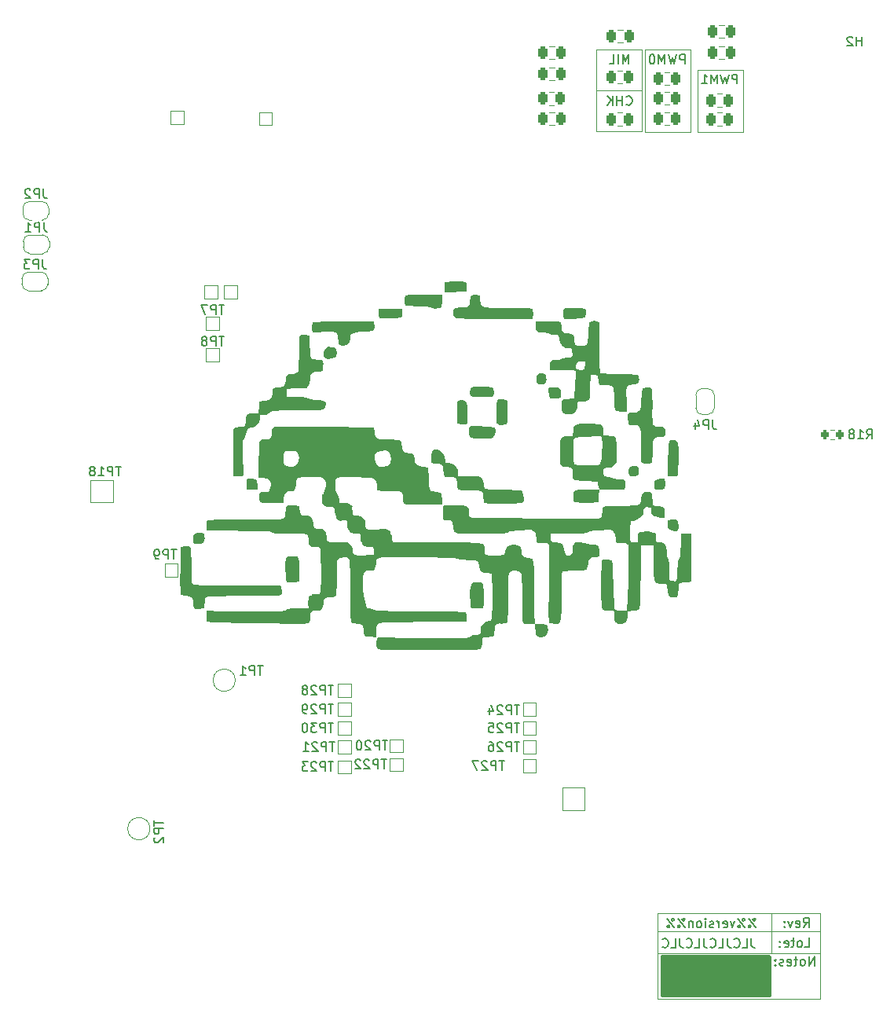
<source format=gbo>
%TF.GenerationSoftware,KiCad,Pcbnew,(6.0.7)*%
%TF.CreationDate,2022-10-10T22:00:34-03:00*%
%TF.ProjectId,uEFI_rev3,75454649-5f72-4657-9633-2e6b69636164,v3.0*%
%TF.SameCoordinates,Original*%
%TF.FileFunction,Legend,Bot*%
%TF.FilePolarity,Positive*%
%FSLAX46Y46*%
G04 Gerber Fmt 4.6, Leading zero omitted, Abs format (unit mm)*
G04 Created by KiCad (PCBNEW (6.0.7)) date 2022-10-10 22:00:34*
%MOMM*%
%LPD*%
G01*
G04 APERTURE LIST*
G04 Aperture macros list*
%AMRoundRect*
0 Rectangle with rounded corners*
0 $1 Rounding radius*
0 $2 $3 $4 $5 $6 $7 $8 $9 X,Y pos of 4 corners*
0 Add a 4 corners polygon primitive as box body*
4,1,4,$2,$3,$4,$5,$6,$7,$8,$9,$2,$3,0*
0 Add four circle primitives for the rounded corners*
1,1,$1+$1,$2,$3*
1,1,$1+$1,$4,$5*
1,1,$1+$1,$6,$7*
1,1,$1+$1,$8,$9*
0 Add four rect primitives between the rounded corners*
20,1,$1+$1,$2,$3,$4,$5,0*
20,1,$1+$1,$4,$5,$6,$7,0*
20,1,$1+$1,$6,$7,$8,$9,0*
20,1,$1+$1,$8,$9,$2,$3,0*%
%AMFreePoly0*
4,1,22,0.500000,-0.750000,0.000000,-0.750000,0.000000,-0.745033,-0.079941,-0.743568,-0.215256,-0.701293,-0.333266,-0.622738,-0.424486,-0.514219,-0.481581,-0.384460,-0.499164,-0.250000,-0.500000,-0.250000,-0.500000,0.250000,-0.499164,0.250000,-0.499963,0.256109,-0.478152,0.396186,-0.417904,0.524511,-0.324060,0.630769,-0.204165,0.706417,-0.067858,0.745374,0.000000,0.744959,0.000000,0.750000,
0.500000,0.750000,0.500000,-0.750000,0.500000,-0.750000,$1*%
%AMFreePoly1*
4,1,20,0.000000,0.744959,0.073905,0.744508,0.209726,0.703889,0.328688,0.626782,0.421226,0.519385,0.479903,0.390333,0.500000,0.250000,0.500000,-0.250000,0.499851,-0.262216,0.476331,-0.402017,0.414519,-0.529596,0.319384,-0.634700,0.198574,-0.708877,0.061801,-0.746166,0.000000,-0.745033,0.000000,-0.750000,-0.500000,-0.750000,-0.500000,0.750000,0.000000,0.750000,0.000000,0.744959,
0.000000,0.744959,$1*%
G04 Aperture macros list end*
%ADD10C,0.120000*%
%ADD11C,0.150000*%
%ADD12R,1.650000X1.650000*%
%ADD13C,1.650000*%
%ADD14C,0.700000*%
%ADD15C,4.400000*%
%ADD16R,2.000000X1.905000*%
%ADD17O,2.000000X1.905000*%
%ADD18R,1.700000X1.700000*%
%ADD19O,1.700000X1.700000*%
%ADD20C,2.374900*%
%ADD21C,0.990600*%
%ADD22R,1.000000X1.000000*%
%ADD23O,1.000000X1.000000*%
%ADD24C,1.700000*%
%ADD25C,3.500000*%
%ADD26C,1.800000*%
%ADD27C,4.125000*%
%ADD28C,2.000000*%
%ADD29RoundRect,0.243750X0.243750X0.456250X-0.243750X0.456250X-0.243750X-0.456250X0.243750X-0.456250X0*%
%ADD30R,2.000000X2.000000*%
%ADD31FreePoly0,180.000000*%
%ADD32FreePoly1,180.000000*%
%ADD33RoundRect,0.200000X0.200000X0.275000X-0.200000X0.275000X-0.200000X-0.275000X0.200000X-0.275000X0*%
%ADD34FreePoly0,90.000000*%
%ADD35FreePoly1,90.000000*%
G04 APERTURE END LIST*
D10*
X146990000Y-142502000D02*
X129490000Y-142502000D01*
X129490000Y-142502000D02*
X129490000Y-151752000D01*
X129490000Y-151752000D02*
X146990000Y-151752000D01*
X146990000Y-151752000D02*
X146990000Y-142502000D01*
X133807200Y-58318400D02*
X138734800Y-58318400D01*
X138734800Y-58318400D02*
X138734800Y-51663600D01*
X138734800Y-51663600D02*
X133807200Y-51663600D01*
X133807200Y-51663600D02*
X133807200Y-58318400D01*
X128117600Y-58318400D02*
X133045200Y-58318400D01*
X133045200Y-58318400D02*
X133045200Y-49479200D01*
X133045200Y-49479200D02*
X128117600Y-49479200D01*
X128117600Y-49479200D02*
X128117600Y-58318400D01*
X146990000Y-144477000D02*
X129490000Y-144477000D01*
X122885200Y-53848000D02*
X127812800Y-53848000D01*
X146940000Y-146827000D02*
X129540000Y-146827000D01*
X141750000Y-142500000D02*
X141750000Y-146800000D01*
X122885200Y-58267600D02*
X127812800Y-58267600D01*
X127812800Y-58267600D02*
X127812800Y-49428400D01*
X127812800Y-49428400D02*
X122885200Y-49428400D01*
X122885200Y-49428400D02*
X122885200Y-58267600D01*
D11*
X140051904Y-144054380D02*
X139290000Y-143054380D01*
X139909047Y-143054380D02*
X139813809Y-143102000D01*
X139766190Y-143197238D01*
X139813809Y-143292476D01*
X139909047Y-143340095D01*
X140004285Y-143292476D01*
X140051904Y-143197238D01*
X140004285Y-143102000D01*
X139909047Y-143054380D01*
X139337619Y-144006761D02*
X139290000Y-143911523D01*
X139337619Y-143816285D01*
X139432857Y-143768666D01*
X139528095Y-143816285D01*
X139575714Y-143911523D01*
X139528095Y-144006761D01*
X139432857Y-144054380D01*
X139337619Y-144006761D01*
X138909047Y-144054380D02*
X138147142Y-143054380D01*
X138766190Y-143054380D02*
X138670952Y-143102000D01*
X138623333Y-143197238D01*
X138670952Y-143292476D01*
X138766190Y-143340095D01*
X138861428Y-143292476D01*
X138909047Y-143197238D01*
X138861428Y-143102000D01*
X138766190Y-143054380D01*
X138194761Y-144006761D02*
X138147142Y-143911523D01*
X138194761Y-143816285D01*
X138290000Y-143768666D01*
X138385238Y-143816285D01*
X138432857Y-143911523D01*
X138385238Y-144006761D01*
X138290000Y-144054380D01*
X138194761Y-144006761D01*
X137813809Y-143387714D02*
X137575714Y-144054380D01*
X137337619Y-143387714D01*
X136575714Y-144006761D02*
X136670952Y-144054380D01*
X136861428Y-144054380D01*
X136956666Y-144006761D01*
X137004285Y-143911523D01*
X137004285Y-143530571D01*
X136956666Y-143435333D01*
X136861428Y-143387714D01*
X136670952Y-143387714D01*
X136575714Y-143435333D01*
X136528095Y-143530571D01*
X136528095Y-143625809D01*
X137004285Y-143721047D01*
X136099523Y-144054380D02*
X136099523Y-143387714D01*
X136099523Y-143578190D02*
X136051904Y-143482952D01*
X136004285Y-143435333D01*
X135909047Y-143387714D01*
X135813809Y-143387714D01*
X135528095Y-144006761D02*
X135432857Y-144054380D01*
X135242380Y-144054380D01*
X135147142Y-144006761D01*
X135099523Y-143911523D01*
X135099523Y-143863904D01*
X135147142Y-143768666D01*
X135242380Y-143721047D01*
X135385238Y-143721047D01*
X135480476Y-143673428D01*
X135528095Y-143578190D01*
X135528095Y-143530571D01*
X135480476Y-143435333D01*
X135385238Y-143387714D01*
X135242380Y-143387714D01*
X135147142Y-143435333D01*
X134670952Y-144054380D02*
X134670952Y-143387714D01*
X134670952Y-143054380D02*
X134718571Y-143102000D01*
X134670952Y-143149619D01*
X134623333Y-143102000D01*
X134670952Y-143054380D01*
X134670952Y-143149619D01*
X134051904Y-144054380D02*
X134147142Y-144006761D01*
X134194761Y-143959142D01*
X134242380Y-143863904D01*
X134242380Y-143578190D01*
X134194761Y-143482952D01*
X134147142Y-143435333D01*
X134051904Y-143387714D01*
X133909047Y-143387714D01*
X133813809Y-143435333D01*
X133766190Y-143482952D01*
X133718571Y-143578190D01*
X133718571Y-143863904D01*
X133766190Y-143959142D01*
X133813809Y-144006761D01*
X133909047Y-144054380D01*
X134051904Y-144054380D01*
X133290000Y-143387714D02*
X133290000Y-144054380D01*
X133290000Y-143482952D02*
X133242380Y-143435333D01*
X133147142Y-143387714D01*
X133004285Y-143387714D01*
X132909047Y-143435333D01*
X132861428Y-143530571D01*
X132861428Y-144054380D01*
X132432857Y-144054380D02*
X131670952Y-143054380D01*
X132290000Y-143054380D02*
X132194761Y-143102000D01*
X132147142Y-143197238D01*
X132194761Y-143292476D01*
X132290000Y-143340095D01*
X132385238Y-143292476D01*
X132432857Y-143197238D01*
X132385238Y-143102000D01*
X132290000Y-143054380D01*
X131718571Y-144006761D02*
X131670952Y-143911523D01*
X131718571Y-143816285D01*
X131813809Y-143768666D01*
X131909047Y-143816285D01*
X131956666Y-143911523D01*
X131909047Y-144006761D01*
X131813809Y-144054380D01*
X131718571Y-144006761D01*
X131290000Y-144054380D02*
X130528095Y-143054380D01*
X131147142Y-143054380D02*
X131051904Y-143102000D01*
X131004285Y-143197238D01*
X131051904Y-143292476D01*
X131147142Y-143340095D01*
X131242380Y-143292476D01*
X131290000Y-143197238D01*
X131242380Y-143102000D01*
X131147142Y-143054380D01*
X130575714Y-144006761D02*
X130528095Y-143911523D01*
X130575714Y-143816285D01*
X130670952Y-143768666D01*
X130766190Y-143816285D01*
X130813809Y-143911523D01*
X130766190Y-144006761D01*
X130670952Y-144054380D01*
X130575714Y-144006761D01*
X138075752Y-53131980D02*
X138075752Y-52131980D01*
X137694800Y-52131980D01*
X137599561Y-52179600D01*
X137551942Y-52227219D01*
X137504323Y-52322457D01*
X137504323Y-52465314D01*
X137551942Y-52560552D01*
X137599561Y-52608171D01*
X137694800Y-52655790D01*
X138075752Y-52655790D01*
X137170990Y-52131980D02*
X136932895Y-53131980D01*
X136742419Y-52417695D01*
X136551942Y-53131980D01*
X136313847Y-52131980D01*
X135932895Y-53131980D02*
X135932895Y-52131980D01*
X135599561Y-52846266D01*
X135266228Y-52131980D01*
X135266228Y-53131980D01*
X134266228Y-53131980D02*
X134837657Y-53131980D01*
X134551942Y-53131980D02*
X134551942Y-52131980D01*
X134647180Y-52274838D01*
X134742419Y-52370076D01*
X134837657Y-52417695D01*
X139609047Y-145229380D02*
X139609047Y-145943666D01*
X139656666Y-146086523D01*
X139751904Y-146181761D01*
X139894761Y-146229380D01*
X139990000Y-146229380D01*
X138656666Y-146229380D02*
X139132857Y-146229380D01*
X139132857Y-145229380D01*
X137751904Y-146134142D02*
X137799523Y-146181761D01*
X137942380Y-146229380D01*
X138037619Y-146229380D01*
X138180476Y-146181761D01*
X138275714Y-146086523D01*
X138323333Y-145991285D01*
X138370952Y-145800809D01*
X138370952Y-145657952D01*
X138323333Y-145467476D01*
X138275714Y-145372238D01*
X138180476Y-145277000D01*
X138037619Y-145229380D01*
X137942380Y-145229380D01*
X137799523Y-145277000D01*
X137751904Y-145324619D01*
X137037619Y-145229380D02*
X137037619Y-145943666D01*
X137085238Y-146086523D01*
X137180476Y-146181761D01*
X137323333Y-146229380D01*
X137418571Y-146229380D01*
X136085238Y-146229380D02*
X136561428Y-146229380D01*
X136561428Y-145229380D01*
X135180476Y-146134142D02*
X135228095Y-146181761D01*
X135370952Y-146229380D01*
X135466190Y-146229380D01*
X135609047Y-146181761D01*
X135704285Y-146086523D01*
X135751904Y-145991285D01*
X135799523Y-145800809D01*
X135799523Y-145657952D01*
X135751904Y-145467476D01*
X135704285Y-145372238D01*
X135609047Y-145277000D01*
X135466190Y-145229380D01*
X135370952Y-145229380D01*
X135228095Y-145277000D01*
X135180476Y-145324619D01*
X134466190Y-145229380D02*
X134466190Y-145943666D01*
X134513809Y-146086523D01*
X134609047Y-146181761D01*
X134751904Y-146229380D01*
X134847142Y-146229380D01*
X133513809Y-146229380D02*
X133990000Y-146229380D01*
X133990000Y-145229380D01*
X132609047Y-146134142D02*
X132656666Y-146181761D01*
X132799523Y-146229380D01*
X132894761Y-146229380D01*
X133037619Y-146181761D01*
X133132857Y-146086523D01*
X133180476Y-145991285D01*
X133228095Y-145800809D01*
X133228095Y-145657952D01*
X133180476Y-145467476D01*
X133132857Y-145372238D01*
X133037619Y-145277000D01*
X132894761Y-145229380D01*
X132799523Y-145229380D01*
X132656666Y-145277000D01*
X132609047Y-145324619D01*
X131894761Y-145229380D02*
X131894761Y-145943666D01*
X131942380Y-146086523D01*
X132037619Y-146181761D01*
X132180476Y-146229380D01*
X132275714Y-146229380D01*
X130942380Y-146229380D02*
X131418571Y-146229380D01*
X131418571Y-145229380D01*
X130037619Y-146134142D02*
X130085238Y-146181761D01*
X130228095Y-146229380D01*
X130323333Y-146229380D01*
X130466190Y-146181761D01*
X130561428Y-146086523D01*
X130609047Y-145991285D01*
X130656666Y-145800809D01*
X130656666Y-145657952D01*
X130609047Y-145467476D01*
X130561428Y-145372238D01*
X130466190Y-145277000D01*
X130323333Y-145229380D01*
X130228095Y-145229380D01*
X130085238Y-145277000D01*
X130037619Y-145324619D01*
X145370238Y-146152380D02*
X145846428Y-146152380D01*
X145846428Y-145152380D01*
X144894047Y-146152380D02*
X144989285Y-146104761D01*
X145036904Y-146057142D01*
X145084523Y-145961904D01*
X145084523Y-145676190D01*
X145036904Y-145580952D01*
X144989285Y-145533333D01*
X144894047Y-145485714D01*
X144751190Y-145485714D01*
X144655952Y-145533333D01*
X144608333Y-145580952D01*
X144560714Y-145676190D01*
X144560714Y-145961904D01*
X144608333Y-146057142D01*
X144655952Y-146104761D01*
X144751190Y-146152380D01*
X144894047Y-146152380D01*
X144275000Y-145485714D02*
X143894047Y-145485714D01*
X144132142Y-145152380D02*
X144132142Y-146009523D01*
X144084523Y-146104761D01*
X143989285Y-146152380D01*
X143894047Y-146152380D01*
X143179761Y-146104761D02*
X143275000Y-146152380D01*
X143465476Y-146152380D01*
X143560714Y-146104761D01*
X143608333Y-146009523D01*
X143608333Y-145628571D01*
X143560714Y-145533333D01*
X143465476Y-145485714D01*
X143275000Y-145485714D01*
X143179761Y-145533333D01*
X143132142Y-145628571D01*
X143132142Y-145723809D01*
X143608333Y-145819047D01*
X142703571Y-146057142D02*
X142655952Y-146104761D01*
X142703571Y-146152380D01*
X142751190Y-146104761D01*
X142703571Y-146057142D01*
X142703571Y-146152380D01*
X142703571Y-145533333D02*
X142655952Y-145580952D01*
X142703571Y-145628571D01*
X142751190Y-145580952D01*
X142703571Y-145533333D01*
X142703571Y-145628571D01*
X146395238Y-148152380D02*
X146395238Y-147152380D01*
X145823809Y-148152380D01*
X145823809Y-147152380D01*
X145204761Y-148152380D02*
X145300000Y-148104761D01*
X145347619Y-148057142D01*
X145395238Y-147961904D01*
X145395238Y-147676190D01*
X145347619Y-147580952D01*
X145300000Y-147533333D01*
X145204761Y-147485714D01*
X145061904Y-147485714D01*
X144966666Y-147533333D01*
X144919047Y-147580952D01*
X144871428Y-147676190D01*
X144871428Y-147961904D01*
X144919047Y-148057142D01*
X144966666Y-148104761D01*
X145061904Y-148152380D01*
X145204761Y-148152380D01*
X144585714Y-147485714D02*
X144204761Y-147485714D01*
X144442857Y-147152380D02*
X144442857Y-148009523D01*
X144395238Y-148104761D01*
X144300000Y-148152380D01*
X144204761Y-148152380D01*
X143490476Y-148104761D02*
X143585714Y-148152380D01*
X143776190Y-148152380D01*
X143871428Y-148104761D01*
X143919047Y-148009523D01*
X143919047Y-147628571D01*
X143871428Y-147533333D01*
X143776190Y-147485714D01*
X143585714Y-147485714D01*
X143490476Y-147533333D01*
X143442857Y-147628571D01*
X143442857Y-147723809D01*
X143919047Y-147819047D01*
X143061904Y-148104761D02*
X142966666Y-148152380D01*
X142776190Y-148152380D01*
X142680952Y-148104761D01*
X142633333Y-148009523D01*
X142633333Y-147961904D01*
X142680952Y-147866666D01*
X142776190Y-147819047D01*
X142919047Y-147819047D01*
X143014285Y-147771428D01*
X143061904Y-147676190D01*
X143061904Y-147628571D01*
X143014285Y-147533333D01*
X142919047Y-147485714D01*
X142776190Y-147485714D01*
X142680952Y-147533333D01*
X142204761Y-148057142D02*
X142157142Y-148104761D01*
X142204761Y-148152380D01*
X142252380Y-148104761D01*
X142204761Y-148057142D01*
X142204761Y-148152380D01*
X142204761Y-147533333D02*
X142157142Y-147580952D01*
X142204761Y-147628571D01*
X142252380Y-147580952D01*
X142204761Y-147533333D01*
X142204761Y-147628571D01*
X126139485Y-55373542D02*
X126187104Y-55421161D01*
X126329961Y-55468780D01*
X126425200Y-55468780D01*
X126568057Y-55421161D01*
X126663295Y-55325923D01*
X126710914Y-55230685D01*
X126758533Y-55040209D01*
X126758533Y-54897352D01*
X126710914Y-54706876D01*
X126663295Y-54611638D01*
X126568057Y-54516400D01*
X126425200Y-54468780D01*
X126329961Y-54468780D01*
X126187104Y-54516400D01*
X126139485Y-54564019D01*
X125710914Y-55468780D02*
X125710914Y-54468780D01*
X125710914Y-54944971D02*
X125139485Y-54944971D01*
X125139485Y-55468780D02*
X125139485Y-54468780D01*
X124663295Y-55468780D02*
X124663295Y-54468780D01*
X124091866Y-55468780D02*
X124520438Y-54897352D01*
X124091866Y-54468780D02*
X124663295Y-55040209D01*
X145238095Y-144002380D02*
X145571428Y-143526190D01*
X145809523Y-144002380D02*
X145809523Y-143002380D01*
X145428571Y-143002380D01*
X145333333Y-143050000D01*
X145285714Y-143097619D01*
X145238095Y-143192857D01*
X145238095Y-143335714D01*
X145285714Y-143430952D01*
X145333333Y-143478571D01*
X145428571Y-143526190D01*
X145809523Y-143526190D01*
X144428571Y-143954761D02*
X144523809Y-144002380D01*
X144714285Y-144002380D01*
X144809523Y-143954761D01*
X144857142Y-143859523D01*
X144857142Y-143478571D01*
X144809523Y-143383333D01*
X144714285Y-143335714D01*
X144523809Y-143335714D01*
X144428571Y-143383333D01*
X144380952Y-143478571D01*
X144380952Y-143573809D01*
X144857142Y-143669047D01*
X144047619Y-143335714D02*
X143809523Y-144002380D01*
X143571428Y-143335714D01*
X143190476Y-143907142D02*
X143142857Y-143954761D01*
X143190476Y-144002380D01*
X143238095Y-143954761D01*
X143190476Y-143907142D01*
X143190476Y-144002380D01*
X143190476Y-143383333D02*
X143142857Y-143430952D01*
X143190476Y-143478571D01*
X143238095Y-143430952D01*
X143190476Y-143383333D01*
X143190476Y-143478571D01*
X132436952Y-50998380D02*
X132436952Y-49998380D01*
X132056000Y-49998380D01*
X131960761Y-50046000D01*
X131913142Y-50093619D01*
X131865523Y-50188857D01*
X131865523Y-50331714D01*
X131913142Y-50426952D01*
X131960761Y-50474571D01*
X132056000Y-50522190D01*
X132436952Y-50522190D01*
X131532190Y-49998380D02*
X131294095Y-50998380D01*
X131103619Y-50284095D01*
X130913142Y-50998380D01*
X130675047Y-49998380D01*
X130294095Y-50998380D02*
X130294095Y-49998380D01*
X129960761Y-50712666D01*
X129627428Y-49998380D01*
X129627428Y-50998380D01*
X128960761Y-49998380D02*
X128865523Y-49998380D01*
X128770285Y-50046000D01*
X128722666Y-50093619D01*
X128675047Y-50188857D01*
X128627428Y-50379333D01*
X128627428Y-50617428D01*
X128675047Y-50807904D01*
X128722666Y-50903142D01*
X128770285Y-50950761D01*
X128865523Y-50998380D01*
X128960761Y-50998380D01*
X129056000Y-50950761D01*
X129103619Y-50903142D01*
X129151238Y-50807904D01*
X129198857Y-50617428D01*
X129198857Y-50379333D01*
X129151238Y-50188857D01*
X129103619Y-50093619D01*
X129056000Y-50046000D01*
X128960761Y-49998380D01*
X126401390Y-50998380D02*
X126401390Y-49998380D01*
X126068057Y-50712666D01*
X125734723Y-49998380D01*
X125734723Y-50998380D01*
X125258533Y-50998380D02*
X125258533Y-49998380D01*
X124306152Y-50998380D02*
X124782342Y-50998380D01*
X124782342Y-49998380D01*
%TO.C,TP2*%
X75244411Y-132491648D02*
X75244411Y-133063076D01*
X76244411Y-132777362D02*
X75244411Y-132777362D01*
X76244411Y-133396410D02*
X75244411Y-133396410D01*
X75244411Y-133777362D01*
X75292031Y-133872600D01*
X75339650Y-133920219D01*
X75434888Y-133967838D01*
X75577745Y-133967838D01*
X75672983Y-133920219D01*
X75720602Y-133872600D01*
X75768221Y-133777362D01*
X75768221Y-133396410D01*
X75339650Y-134348791D02*
X75292031Y-134396410D01*
X75244411Y-134491648D01*
X75244411Y-134729743D01*
X75292031Y-134824981D01*
X75339650Y-134872600D01*
X75434888Y-134920219D01*
X75530126Y-134920219D01*
X75672983Y-134872600D01*
X76244411Y-134301172D01*
X76244411Y-134920219D01*
%TO.C,H2*%
X151510904Y-49068380D02*
X151510904Y-48068380D01*
X151510904Y-48544571D02*
X150939476Y-48544571D01*
X150939476Y-49068380D02*
X150939476Y-48068380D01*
X150510904Y-48163619D02*
X150463285Y-48116000D01*
X150368047Y-48068380D01*
X150129952Y-48068380D01*
X150034714Y-48116000D01*
X149987095Y-48163619D01*
X149939476Y-48258857D01*
X149939476Y-48354095D01*
X149987095Y-48496952D01*
X150558523Y-49068380D01*
X149939476Y-49068380D01*
%TO.C,TP23*%
X94575095Y-126198380D02*
X94003666Y-126198380D01*
X94289380Y-127198380D02*
X94289380Y-126198380D01*
X93670333Y-127198380D02*
X93670333Y-126198380D01*
X93289380Y-126198380D01*
X93194142Y-126246000D01*
X93146523Y-126293619D01*
X93098904Y-126388857D01*
X93098904Y-126531714D01*
X93146523Y-126626952D01*
X93194142Y-126674571D01*
X93289380Y-126722190D01*
X93670333Y-126722190D01*
X92717952Y-126293619D02*
X92670333Y-126246000D01*
X92575095Y-126198380D01*
X92337000Y-126198380D01*
X92241761Y-126246000D01*
X92194142Y-126293619D01*
X92146523Y-126388857D01*
X92146523Y-126484095D01*
X92194142Y-126626952D01*
X92765571Y-127198380D01*
X92146523Y-127198380D01*
X91813190Y-126198380D02*
X91194142Y-126198380D01*
X91527476Y-126579333D01*
X91384619Y-126579333D01*
X91289380Y-126626952D01*
X91241761Y-126674571D01*
X91194142Y-126769809D01*
X91194142Y-127007904D01*
X91241761Y-127103142D01*
X91289380Y-127150761D01*
X91384619Y-127198380D01*
X91670333Y-127198380D01*
X91765571Y-127150761D01*
X91813190Y-127103142D01*
%TO.C,TP29*%
X94575095Y-119975380D02*
X94003666Y-119975380D01*
X94289380Y-120975380D02*
X94289380Y-119975380D01*
X93670333Y-120975380D02*
X93670333Y-119975380D01*
X93289380Y-119975380D01*
X93194142Y-120023000D01*
X93146523Y-120070619D01*
X93098904Y-120165857D01*
X93098904Y-120308714D01*
X93146523Y-120403952D01*
X93194142Y-120451571D01*
X93289380Y-120499190D01*
X93670333Y-120499190D01*
X92717952Y-120070619D02*
X92670333Y-120023000D01*
X92575095Y-119975380D01*
X92337000Y-119975380D01*
X92241761Y-120023000D01*
X92194142Y-120070619D01*
X92146523Y-120165857D01*
X92146523Y-120261095D01*
X92194142Y-120403952D01*
X92765571Y-120975380D01*
X92146523Y-120975380D01*
X91670333Y-120975380D02*
X91479857Y-120975380D01*
X91384619Y-120927761D01*
X91337000Y-120880142D01*
X91241761Y-120737285D01*
X91194142Y-120546809D01*
X91194142Y-120165857D01*
X91241761Y-120070619D01*
X91289380Y-120023000D01*
X91384619Y-119975380D01*
X91575095Y-119975380D01*
X91670333Y-120023000D01*
X91717952Y-120070619D01*
X91765571Y-120165857D01*
X91765571Y-120403952D01*
X91717952Y-120499190D01*
X91670333Y-120546809D01*
X91575095Y-120594428D01*
X91384619Y-120594428D01*
X91289380Y-120546809D01*
X91241761Y-120499190D01*
X91194142Y-120403952D01*
%TO.C,TP28*%
X94575095Y-117943380D02*
X94003666Y-117943380D01*
X94289380Y-118943380D02*
X94289380Y-117943380D01*
X93670333Y-118943380D02*
X93670333Y-117943380D01*
X93289380Y-117943380D01*
X93194142Y-117991000D01*
X93146523Y-118038619D01*
X93098904Y-118133857D01*
X93098904Y-118276714D01*
X93146523Y-118371952D01*
X93194142Y-118419571D01*
X93289380Y-118467190D01*
X93670333Y-118467190D01*
X92717952Y-118038619D02*
X92670333Y-117991000D01*
X92575095Y-117943380D01*
X92337000Y-117943380D01*
X92241761Y-117991000D01*
X92194142Y-118038619D01*
X92146523Y-118133857D01*
X92146523Y-118229095D01*
X92194142Y-118371952D01*
X92765571Y-118943380D01*
X92146523Y-118943380D01*
X91575095Y-118371952D02*
X91670333Y-118324333D01*
X91717952Y-118276714D01*
X91765571Y-118181476D01*
X91765571Y-118133857D01*
X91717952Y-118038619D01*
X91670333Y-117991000D01*
X91575095Y-117943380D01*
X91384619Y-117943380D01*
X91289380Y-117991000D01*
X91241761Y-118038619D01*
X91194142Y-118133857D01*
X91194142Y-118181476D01*
X91241761Y-118276714D01*
X91289380Y-118324333D01*
X91384619Y-118371952D01*
X91575095Y-118371952D01*
X91670333Y-118419571D01*
X91717952Y-118467190D01*
X91765571Y-118562428D01*
X91765571Y-118752904D01*
X91717952Y-118848142D01*
X91670333Y-118895761D01*
X91575095Y-118943380D01*
X91384619Y-118943380D01*
X91289380Y-118895761D01*
X91241761Y-118848142D01*
X91194142Y-118752904D01*
X91194142Y-118562428D01*
X91241761Y-118467190D01*
X91289380Y-118419571D01*
X91384619Y-118371952D01*
%TO.C,TP20*%
X100417095Y-123912380D02*
X99845666Y-123912380D01*
X100131380Y-124912380D02*
X100131380Y-123912380D01*
X99512333Y-124912380D02*
X99512333Y-123912380D01*
X99131380Y-123912380D01*
X99036142Y-123960000D01*
X98988523Y-124007619D01*
X98940904Y-124102857D01*
X98940904Y-124245714D01*
X98988523Y-124340952D01*
X99036142Y-124388571D01*
X99131380Y-124436190D01*
X99512333Y-124436190D01*
X98559952Y-124007619D02*
X98512333Y-123960000D01*
X98417095Y-123912380D01*
X98179000Y-123912380D01*
X98083761Y-123960000D01*
X98036142Y-124007619D01*
X97988523Y-124102857D01*
X97988523Y-124198095D01*
X98036142Y-124340952D01*
X98607571Y-124912380D01*
X97988523Y-124912380D01*
X97369476Y-123912380D02*
X97274238Y-123912380D01*
X97179000Y-123960000D01*
X97131380Y-124007619D01*
X97083761Y-124102857D01*
X97036142Y-124293333D01*
X97036142Y-124531428D01*
X97083761Y-124721904D01*
X97131380Y-124817142D01*
X97179000Y-124864761D01*
X97274238Y-124912380D01*
X97369476Y-124912380D01*
X97464714Y-124864761D01*
X97512333Y-124817142D01*
X97559952Y-124721904D01*
X97607571Y-124531428D01*
X97607571Y-124293333D01*
X97559952Y-124102857D01*
X97512333Y-124007619D01*
X97464714Y-123960000D01*
X97369476Y-123912380D01*
%TO.C,TP7*%
X82801904Y-76972780D02*
X82230476Y-76972780D01*
X82516190Y-77972780D02*
X82516190Y-76972780D01*
X81897142Y-77972780D02*
X81897142Y-76972780D01*
X81516190Y-76972780D01*
X81420952Y-77020400D01*
X81373333Y-77068019D01*
X81325714Y-77163257D01*
X81325714Y-77306114D01*
X81373333Y-77401352D01*
X81420952Y-77448971D01*
X81516190Y-77496590D01*
X81897142Y-77496590D01*
X80992380Y-76972780D02*
X80325714Y-76972780D01*
X80754285Y-77972780D01*
%TO.C,TP9*%
X77661904Y-103338380D02*
X77090476Y-103338380D01*
X77376190Y-104338380D02*
X77376190Y-103338380D01*
X76757142Y-104338380D02*
X76757142Y-103338380D01*
X76376190Y-103338380D01*
X76280952Y-103386000D01*
X76233333Y-103433619D01*
X76185714Y-103528857D01*
X76185714Y-103671714D01*
X76233333Y-103766952D01*
X76280952Y-103814571D01*
X76376190Y-103862190D01*
X76757142Y-103862190D01*
X75709523Y-104338380D02*
X75519047Y-104338380D01*
X75423809Y-104290761D01*
X75376190Y-104243142D01*
X75280952Y-104100285D01*
X75233333Y-103909809D01*
X75233333Y-103528857D01*
X75280952Y-103433619D01*
X75328571Y-103386000D01*
X75423809Y-103338380D01*
X75614285Y-103338380D01*
X75709523Y-103386000D01*
X75757142Y-103433619D01*
X75804761Y-103528857D01*
X75804761Y-103766952D01*
X75757142Y-103862190D01*
X75709523Y-103909809D01*
X75614285Y-103957428D01*
X75423809Y-103957428D01*
X75328571Y-103909809D01*
X75280952Y-103862190D01*
X75233333Y-103766952D01*
%TO.C,JP3*%
X63223333Y-72080780D02*
X63223333Y-72795066D01*
X63270952Y-72937923D01*
X63366190Y-73033161D01*
X63509047Y-73080780D01*
X63604285Y-73080780D01*
X62747142Y-73080780D02*
X62747142Y-72080780D01*
X62366190Y-72080780D01*
X62270952Y-72128400D01*
X62223333Y-72176019D01*
X62175714Y-72271257D01*
X62175714Y-72414114D01*
X62223333Y-72509352D01*
X62270952Y-72556971D01*
X62366190Y-72604590D01*
X62747142Y-72604590D01*
X61842380Y-72080780D02*
X61223333Y-72080780D01*
X61556666Y-72461733D01*
X61413809Y-72461733D01*
X61318571Y-72509352D01*
X61270952Y-72556971D01*
X61223333Y-72652209D01*
X61223333Y-72890304D01*
X61270952Y-72985542D01*
X61318571Y-73033161D01*
X61413809Y-73080780D01*
X61699523Y-73080780D01*
X61794761Y-73033161D01*
X61842380Y-72985542D01*
%TO.C,JP2*%
X63323333Y-64480780D02*
X63323333Y-65195066D01*
X63370952Y-65337923D01*
X63466190Y-65433161D01*
X63609047Y-65480780D01*
X63704285Y-65480780D01*
X62847142Y-65480780D02*
X62847142Y-64480780D01*
X62466190Y-64480780D01*
X62370952Y-64528400D01*
X62323333Y-64576019D01*
X62275714Y-64671257D01*
X62275714Y-64814114D01*
X62323333Y-64909352D01*
X62370952Y-64956971D01*
X62466190Y-65004590D01*
X62847142Y-65004590D01*
X61894761Y-64576019D02*
X61847142Y-64528400D01*
X61751904Y-64480780D01*
X61513809Y-64480780D01*
X61418571Y-64528400D01*
X61370952Y-64576019D01*
X61323333Y-64671257D01*
X61323333Y-64766495D01*
X61370952Y-64909352D01*
X61942380Y-65480780D01*
X61323333Y-65480780D01*
%TO.C,R18*%
X152026857Y-91384380D02*
X152360190Y-90908190D01*
X152598285Y-91384380D02*
X152598285Y-90384380D01*
X152217333Y-90384380D01*
X152122095Y-90432000D01*
X152074476Y-90479619D01*
X152026857Y-90574857D01*
X152026857Y-90717714D01*
X152074476Y-90812952D01*
X152122095Y-90860571D01*
X152217333Y-90908190D01*
X152598285Y-90908190D01*
X151074476Y-91384380D02*
X151645904Y-91384380D01*
X151360190Y-91384380D02*
X151360190Y-90384380D01*
X151455428Y-90527238D01*
X151550666Y-90622476D01*
X151645904Y-90670095D01*
X150503047Y-90812952D02*
X150598285Y-90765333D01*
X150645904Y-90717714D01*
X150693523Y-90622476D01*
X150693523Y-90574857D01*
X150645904Y-90479619D01*
X150598285Y-90432000D01*
X150503047Y-90384380D01*
X150312571Y-90384380D01*
X150217333Y-90432000D01*
X150169714Y-90479619D01*
X150122095Y-90574857D01*
X150122095Y-90622476D01*
X150169714Y-90717714D01*
X150217333Y-90765333D01*
X150312571Y-90812952D01*
X150503047Y-90812952D01*
X150598285Y-90860571D01*
X150645904Y-90908190D01*
X150693523Y-91003428D01*
X150693523Y-91193904D01*
X150645904Y-91289142D01*
X150598285Y-91336761D01*
X150503047Y-91384380D01*
X150312571Y-91384380D01*
X150217333Y-91336761D01*
X150169714Y-91289142D01*
X150122095Y-91193904D01*
X150122095Y-91003428D01*
X150169714Y-90908190D01*
X150217333Y-90860571D01*
X150312571Y-90812952D01*
%TO.C,TP18*%
X71674995Y-94372280D02*
X71103566Y-94372280D01*
X71389280Y-95372280D02*
X71389280Y-94372280D01*
X70770233Y-95372280D02*
X70770233Y-94372280D01*
X70389280Y-94372280D01*
X70294042Y-94419900D01*
X70246423Y-94467519D01*
X70198804Y-94562757D01*
X70198804Y-94705614D01*
X70246423Y-94800852D01*
X70294042Y-94848471D01*
X70389280Y-94896090D01*
X70770233Y-94896090D01*
X69246423Y-95372280D02*
X69817852Y-95372280D01*
X69532138Y-95372280D02*
X69532138Y-94372280D01*
X69627376Y-94515138D01*
X69722614Y-94610376D01*
X69817852Y-94657995D01*
X68674995Y-94800852D02*
X68770233Y-94753233D01*
X68817852Y-94705614D01*
X68865471Y-94610376D01*
X68865471Y-94562757D01*
X68817852Y-94467519D01*
X68770233Y-94419900D01*
X68674995Y-94372280D01*
X68484519Y-94372280D01*
X68389280Y-94419900D01*
X68341661Y-94467519D01*
X68294042Y-94562757D01*
X68294042Y-94610376D01*
X68341661Y-94705614D01*
X68389280Y-94753233D01*
X68484519Y-94800852D01*
X68674995Y-94800852D01*
X68770233Y-94848471D01*
X68817852Y-94896090D01*
X68865471Y-94991328D01*
X68865471Y-95181804D01*
X68817852Y-95277042D01*
X68770233Y-95324661D01*
X68674995Y-95372280D01*
X68484519Y-95372280D01*
X68389280Y-95324661D01*
X68341661Y-95277042D01*
X68294042Y-95181804D01*
X68294042Y-94991328D01*
X68341661Y-94896090D01*
X68389280Y-94848471D01*
X68484519Y-94800852D01*
%TO.C,TP1*%
X86961904Y-115852380D02*
X86390476Y-115852380D01*
X86676190Y-116852380D02*
X86676190Y-115852380D01*
X86057142Y-116852380D02*
X86057142Y-115852380D01*
X85676190Y-115852380D01*
X85580952Y-115900000D01*
X85533333Y-115947619D01*
X85485714Y-116042857D01*
X85485714Y-116185714D01*
X85533333Y-116280952D01*
X85580952Y-116328571D01*
X85676190Y-116376190D01*
X86057142Y-116376190D01*
X84533333Y-116852380D02*
X85104761Y-116852380D01*
X84819047Y-116852380D02*
X84819047Y-115852380D01*
X84914285Y-115995238D01*
X85009523Y-116090476D01*
X85104761Y-116138095D01*
%TO.C,JP4*%
X135453333Y-89368380D02*
X135453333Y-90082666D01*
X135500952Y-90225523D01*
X135596190Y-90320761D01*
X135739047Y-90368380D01*
X135834285Y-90368380D01*
X134977142Y-90368380D02*
X134977142Y-89368380D01*
X134596190Y-89368380D01*
X134500952Y-89416000D01*
X134453333Y-89463619D01*
X134405714Y-89558857D01*
X134405714Y-89701714D01*
X134453333Y-89796952D01*
X134500952Y-89844571D01*
X134596190Y-89892190D01*
X134977142Y-89892190D01*
X133548571Y-89701714D02*
X133548571Y-90368380D01*
X133786666Y-89320761D02*
X134024761Y-90035047D01*
X133405714Y-90035047D01*
%TO.C,TP24*%
X114641095Y-120102380D02*
X114069666Y-120102380D01*
X114355380Y-121102380D02*
X114355380Y-120102380D01*
X113736333Y-121102380D02*
X113736333Y-120102380D01*
X113355380Y-120102380D01*
X113260142Y-120150000D01*
X113212523Y-120197619D01*
X113164904Y-120292857D01*
X113164904Y-120435714D01*
X113212523Y-120530952D01*
X113260142Y-120578571D01*
X113355380Y-120626190D01*
X113736333Y-120626190D01*
X112783952Y-120197619D02*
X112736333Y-120150000D01*
X112641095Y-120102380D01*
X112403000Y-120102380D01*
X112307761Y-120150000D01*
X112260142Y-120197619D01*
X112212523Y-120292857D01*
X112212523Y-120388095D01*
X112260142Y-120530952D01*
X112831571Y-121102380D01*
X112212523Y-121102380D01*
X111355380Y-120435714D02*
X111355380Y-121102380D01*
X111593476Y-120054761D02*
X111831571Y-120769047D01*
X111212523Y-120769047D01*
%TO.C,TP25*%
X114641095Y-122007380D02*
X114069666Y-122007380D01*
X114355380Y-123007380D02*
X114355380Y-122007380D01*
X113736333Y-123007380D02*
X113736333Y-122007380D01*
X113355380Y-122007380D01*
X113260142Y-122055000D01*
X113212523Y-122102619D01*
X113164904Y-122197857D01*
X113164904Y-122340714D01*
X113212523Y-122435952D01*
X113260142Y-122483571D01*
X113355380Y-122531190D01*
X113736333Y-122531190D01*
X112783952Y-122102619D02*
X112736333Y-122055000D01*
X112641095Y-122007380D01*
X112403000Y-122007380D01*
X112307761Y-122055000D01*
X112260142Y-122102619D01*
X112212523Y-122197857D01*
X112212523Y-122293095D01*
X112260142Y-122435952D01*
X112831571Y-123007380D01*
X112212523Y-123007380D01*
X111307761Y-122007380D02*
X111783952Y-122007380D01*
X111831571Y-122483571D01*
X111783952Y-122435952D01*
X111688714Y-122388333D01*
X111450619Y-122388333D01*
X111355380Y-122435952D01*
X111307761Y-122483571D01*
X111260142Y-122578809D01*
X111260142Y-122816904D01*
X111307761Y-122912142D01*
X111355380Y-122959761D01*
X111450619Y-123007380D01*
X111688714Y-123007380D01*
X111783952Y-122959761D01*
X111831571Y-122912142D01*
%TO.C,JP1*%
X63373333Y-68080780D02*
X63373333Y-68795066D01*
X63420952Y-68937923D01*
X63516190Y-69033161D01*
X63659047Y-69080780D01*
X63754285Y-69080780D01*
X62897142Y-69080780D02*
X62897142Y-68080780D01*
X62516190Y-68080780D01*
X62420952Y-68128400D01*
X62373333Y-68176019D01*
X62325714Y-68271257D01*
X62325714Y-68414114D01*
X62373333Y-68509352D01*
X62420952Y-68556971D01*
X62516190Y-68604590D01*
X62897142Y-68604590D01*
X61373333Y-69080780D02*
X61944761Y-69080780D01*
X61659047Y-69080780D02*
X61659047Y-68080780D01*
X61754285Y-68223638D01*
X61849523Y-68318876D01*
X61944761Y-68366495D01*
%TO.C,TP27*%
X112990095Y-126071380D02*
X112418666Y-126071380D01*
X112704380Y-127071380D02*
X112704380Y-126071380D01*
X112085333Y-127071380D02*
X112085333Y-126071380D01*
X111704380Y-126071380D01*
X111609142Y-126119000D01*
X111561523Y-126166619D01*
X111513904Y-126261857D01*
X111513904Y-126404714D01*
X111561523Y-126499952D01*
X111609142Y-126547571D01*
X111704380Y-126595190D01*
X112085333Y-126595190D01*
X111132952Y-126166619D02*
X111085333Y-126119000D01*
X110990095Y-126071380D01*
X110752000Y-126071380D01*
X110656761Y-126119000D01*
X110609142Y-126166619D01*
X110561523Y-126261857D01*
X110561523Y-126357095D01*
X110609142Y-126499952D01*
X111180571Y-127071380D01*
X110561523Y-127071380D01*
X110228190Y-126071380D02*
X109561523Y-126071380D01*
X109990095Y-127071380D01*
%TO.C,TP26*%
X114641095Y-124039380D02*
X114069666Y-124039380D01*
X114355380Y-125039380D02*
X114355380Y-124039380D01*
X113736333Y-125039380D02*
X113736333Y-124039380D01*
X113355380Y-124039380D01*
X113260142Y-124087000D01*
X113212523Y-124134619D01*
X113164904Y-124229857D01*
X113164904Y-124372714D01*
X113212523Y-124467952D01*
X113260142Y-124515571D01*
X113355380Y-124563190D01*
X113736333Y-124563190D01*
X112783952Y-124134619D02*
X112736333Y-124087000D01*
X112641095Y-124039380D01*
X112403000Y-124039380D01*
X112307761Y-124087000D01*
X112260142Y-124134619D01*
X112212523Y-124229857D01*
X112212523Y-124325095D01*
X112260142Y-124467952D01*
X112831571Y-125039380D01*
X112212523Y-125039380D01*
X111355380Y-124039380D02*
X111545857Y-124039380D01*
X111641095Y-124087000D01*
X111688714Y-124134619D01*
X111783952Y-124277476D01*
X111831571Y-124467952D01*
X111831571Y-124848904D01*
X111783952Y-124944142D01*
X111736333Y-124991761D01*
X111641095Y-125039380D01*
X111450619Y-125039380D01*
X111355380Y-124991761D01*
X111307761Y-124944142D01*
X111260142Y-124848904D01*
X111260142Y-124610809D01*
X111307761Y-124515571D01*
X111355380Y-124467952D01*
X111450619Y-124420333D01*
X111641095Y-124420333D01*
X111736333Y-124467952D01*
X111783952Y-124515571D01*
X111831571Y-124610809D01*
%TO.C,TP22*%
X100290095Y-125944380D02*
X99718666Y-125944380D01*
X100004380Y-126944380D02*
X100004380Y-125944380D01*
X99385333Y-126944380D02*
X99385333Y-125944380D01*
X99004380Y-125944380D01*
X98909142Y-125992000D01*
X98861523Y-126039619D01*
X98813904Y-126134857D01*
X98813904Y-126277714D01*
X98861523Y-126372952D01*
X98909142Y-126420571D01*
X99004380Y-126468190D01*
X99385333Y-126468190D01*
X98432952Y-126039619D02*
X98385333Y-125992000D01*
X98290095Y-125944380D01*
X98052000Y-125944380D01*
X97956761Y-125992000D01*
X97909142Y-126039619D01*
X97861523Y-126134857D01*
X97861523Y-126230095D01*
X97909142Y-126372952D01*
X98480571Y-126944380D01*
X97861523Y-126944380D01*
X97480571Y-126039619D02*
X97432952Y-125992000D01*
X97337714Y-125944380D01*
X97099619Y-125944380D01*
X97004380Y-125992000D01*
X96956761Y-126039619D01*
X96909142Y-126134857D01*
X96909142Y-126230095D01*
X96956761Y-126372952D01*
X97528190Y-126944380D01*
X96909142Y-126944380D01*
%TO.C,TP21*%
X94702095Y-124039380D02*
X94130666Y-124039380D01*
X94416380Y-125039380D02*
X94416380Y-124039380D01*
X93797333Y-125039380D02*
X93797333Y-124039380D01*
X93416380Y-124039380D01*
X93321142Y-124087000D01*
X93273523Y-124134619D01*
X93225904Y-124229857D01*
X93225904Y-124372714D01*
X93273523Y-124467952D01*
X93321142Y-124515571D01*
X93416380Y-124563190D01*
X93797333Y-124563190D01*
X92844952Y-124134619D02*
X92797333Y-124087000D01*
X92702095Y-124039380D01*
X92464000Y-124039380D01*
X92368761Y-124087000D01*
X92321142Y-124134619D01*
X92273523Y-124229857D01*
X92273523Y-124325095D01*
X92321142Y-124467952D01*
X92892571Y-125039380D01*
X92273523Y-125039380D01*
X91321142Y-125039380D02*
X91892571Y-125039380D01*
X91606857Y-125039380D02*
X91606857Y-124039380D01*
X91702095Y-124182238D01*
X91797333Y-124277476D01*
X91892571Y-124325095D01*
%TO.C,TP8*%
X82801904Y-80372780D02*
X82230476Y-80372780D01*
X82516190Y-81372780D02*
X82516190Y-80372780D01*
X81897142Y-81372780D02*
X81897142Y-80372780D01*
X81516190Y-80372780D01*
X81420952Y-80420400D01*
X81373333Y-80468019D01*
X81325714Y-80563257D01*
X81325714Y-80706114D01*
X81373333Y-80801352D01*
X81420952Y-80848971D01*
X81516190Y-80896590D01*
X81897142Y-80896590D01*
X80754285Y-80801352D02*
X80849523Y-80753733D01*
X80897142Y-80706114D01*
X80944761Y-80610876D01*
X80944761Y-80563257D01*
X80897142Y-80468019D01*
X80849523Y-80420400D01*
X80754285Y-80372780D01*
X80563809Y-80372780D01*
X80468571Y-80420400D01*
X80420952Y-80468019D01*
X80373333Y-80563257D01*
X80373333Y-80610876D01*
X80420952Y-80706114D01*
X80468571Y-80753733D01*
X80563809Y-80801352D01*
X80754285Y-80801352D01*
X80849523Y-80848971D01*
X80897142Y-80896590D01*
X80944761Y-80991828D01*
X80944761Y-81182304D01*
X80897142Y-81277542D01*
X80849523Y-81325161D01*
X80754285Y-81372780D01*
X80563809Y-81372780D01*
X80468571Y-81325161D01*
X80420952Y-81277542D01*
X80373333Y-81182304D01*
X80373333Y-80991828D01*
X80420952Y-80896590D01*
X80468571Y-80848971D01*
X80563809Y-80801352D01*
%TO.C,TP30*%
X94575095Y-122007380D02*
X94003666Y-122007380D01*
X94289380Y-123007380D02*
X94289380Y-122007380D01*
X93670333Y-123007380D02*
X93670333Y-122007380D01*
X93289380Y-122007380D01*
X93194142Y-122055000D01*
X93146523Y-122102619D01*
X93098904Y-122197857D01*
X93098904Y-122340714D01*
X93146523Y-122435952D01*
X93194142Y-122483571D01*
X93289380Y-122531190D01*
X93670333Y-122531190D01*
X92765571Y-122007380D02*
X92146523Y-122007380D01*
X92479857Y-122388333D01*
X92337000Y-122388333D01*
X92241761Y-122435952D01*
X92194142Y-122483571D01*
X92146523Y-122578809D01*
X92146523Y-122816904D01*
X92194142Y-122912142D01*
X92241761Y-122959761D01*
X92337000Y-123007380D01*
X92622714Y-123007380D01*
X92717952Y-122959761D01*
X92765571Y-122912142D01*
X91527476Y-122007380D02*
X91432238Y-122007380D01*
X91337000Y-122055000D01*
X91289380Y-122102619D01*
X91241761Y-122197857D01*
X91194142Y-122388333D01*
X91194142Y-122626428D01*
X91241761Y-122816904D01*
X91289380Y-122912142D01*
X91337000Y-122959761D01*
X91432238Y-123007380D01*
X91527476Y-123007380D01*
X91622714Y-122959761D01*
X91670333Y-122912142D01*
X91717952Y-122816904D01*
X91765571Y-122626428D01*
X91765571Y-122388333D01*
X91717952Y-122197857D01*
X91670333Y-122102619D01*
X91622714Y-122055000D01*
X91527476Y-122007380D01*
D10*
%TO.C,TP2*%
X74800000Y-133400000D02*
G75*
G03*
X74800000Y-133400000I-1200000J0D01*
G01*
%TO.C,F14*%
X125683778Y-57656800D02*
X125166622Y-57656800D01*
X125683778Y-56236800D02*
X125166622Y-56236800D01*
%TO.C,TP23*%
X96458000Y-127446000D02*
X96458000Y-126046000D01*
X96458000Y-126046000D02*
X95058000Y-126046000D01*
X95058000Y-126046000D02*
X95058000Y-127446000D01*
X95058000Y-127446000D02*
X96458000Y-127446000D01*
%TO.C,F12*%
X125734578Y-47296000D02*
X125217422Y-47296000D01*
X125734578Y-48716000D02*
X125217422Y-48716000D01*
%TO.C,F1*%
X118366278Y-54027000D02*
X117849122Y-54027000D01*
X118366278Y-55447000D02*
X117849122Y-55447000D01*
%TO.C,TP5*%
X82090000Y-76268400D02*
X82090000Y-74868400D01*
X80690000Y-74868400D02*
X80690000Y-76268400D01*
X80690000Y-76268400D02*
X82090000Y-76268400D01*
X82090000Y-74868400D02*
X80690000Y-74868400D01*
%TO.C,TP29*%
X95058000Y-121223000D02*
X96458000Y-121223000D01*
X95058000Y-119823000D02*
X95058000Y-121223000D01*
X96458000Y-119823000D02*
X95058000Y-119823000D01*
X96458000Y-121223000D02*
X96458000Y-119823000D01*
%TO.C,TP28*%
X95058000Y-119191000D02*
X96458000Y-119191000D01*
X95058000Y-117791000D02*
X95058000Y-119191000D01*
X96458000Y-117791000D02*
X95058000Y-117791000D01*
X96458000Y-119191000D02*
X96458000Y-117791000D01*
%TO.C,TP20*%
X100646000Y-123760000D02*
X100646000Y-125160000D01*
X102046000Y-125160000D02*
X102046000Y-123760000D01*
X100646000Y-125160000D02*
X102046000Y-125160000D01*
X102046000Y-123760000D02*
X100646000Y-123760000D01*
%TO.C,TP7*%
X82240000Y-78268400D02*
X80840000Y-78268400D01*
X82240000Y-79668400D02*
X82240000Y-78268400D01*
X80840000Y-79668400D02*
X82240000Y-79668400D01*
X80840000Y-78268400D02*
X80840000Y-79668400D01*
%TO.C,TP19*%
X121657400Y-131378800D02*
X121657400Y-128978800D01*
X119257400Y-131378800D02*
X121657400Y-131378800D01*
X121657400Y-128978800D02*
X119257400Y-128978800D01*
X119257400Y-128978800D02*
X119257400Y-131378800D01*
%TO.C,TP9*%
X77789000Y-104837000D02*
X76389000Y-104837000D01*
X76389000Y-104837000D02*
X76389000Y-106237000D01*
X77789000Y-106237000D02*
X77789000Y-104837000D01*
X76389000Y-106237000D02*
X77789000Y-106237000D01*
%TO.C,JP3*%
X63790000Y-74728400D02*
X63790000Y-74128400D01*
X60990000Y-74128400D02*
X60990000Y-74728400D01*
X61690000Y-75428400D02*
X63090000Y-75428400D01*
X63090000Y-73428400D02*
X61690000Y-73428400D01*
X63790000Y-74128400D02*
G75*
G03*
X63090000Y-73428400I-699999J1D01*
G01*
X61690000Y-73428400D02*
G75*
G03*
X60990000Y-74128400I0J-700000D01*
G01*
X60990000Y-74728400D02*
G75*
G03*
X61690000Y-75428400I700000J0D01*
G01*
X63090000Y-75428400D02*
G75*
G03*
X63790000Y-74728400I1J699999D01*
G01*
%TO.C,F7*%
X130763778Y-54001600D02*
X130246622Y-54001600D01*
X130763778Y-55421600D02*
X130246622Y-55421600D01*
%TO.C,JP2*%
X63890000Y-67128400D02*
X63890000Y-66528400D01*
X61790000Y-67828400D02*
X63190000Y-67828400D01*
X63190000Y-65828400D02*
X61790000Y-65828400D01*
X61090000Y-66528400D02*
X61090000Y-67128400D01*
X63190000Y-67828400D02*
G75*
G03*
X63890000Y-67128400I1J699999D01*
G01*
X61790000Y-65828400D02*
G75*
G03*
X61090000Y-66528400I0J-700000D01*
G01*
X63890000Y-66528400D02*
G75*
G03*
X63190000Y-65828400I-699999J1D01*
G01*
X61090000Y-67128400D02*
G75*
G03*
X61790000Y-67828400I700000J0D01*
G01*
%TO.C,R18*%
X148573258Y-91454500D02*
X148098742Y-91454500D01*
X148573258Y-90409500D02*
X148098742Y-90409500D01*
%TO.C,F3*%
X118368578Y-57606000D02*
X117851422Y-57606000D01*
X118368578Y-56186000D02*
X117851422Y-56186000D01*
%TO.C,F11*%
X136453378Y-57656800D02*
X135936222Y-57656800D01*
X136453378Y-56236800D02*
X135936222Y-56236800D01*
%TO.C,TP18*%
X70796000Y-95828000D02*
X68396000Y-95828000D01*
X68396000Y-98228000D02*
X70796000Y-98228000D01*
X70796000Y-98228000D02*
X70796000Y-95828000D01*
X68396000Y-95828000D02*
X68396000Y-98228000D01*
%TO.C,TP3*%
X86549000Y-56196000D02*
X86549000Y-57596000D01*
X87949000Y-56196000D02*
X86549000Y-56196000D01*
X87949000Y-57596000D02*
X87949000Y-56196000D01*
X86549000Y-57596000D02*
X87949000Y-57596000D01*
%TO.C,G\u002A\u002A\u002A*%
G36*
X110233256Y-106838400D02*
G01*
X110447834Y-106867473D01*
X110596277Y-106941492D01*
X110691797Y-107085336D01*
X110747609Y-107323880D01*
X110776924Y-107682003D01*
X110792957Y-108184582D01*
X110793871Y-108225418D01*
X110797199Y-108652156D01*
X110789588Y-109027550D01*
X110772441Y-109312316D01*
X110747161Y-109467167D01*
X110746344Y-109469330D01*
X110690997Y-109570416D01*
X110593337Y-109627018D01*
X110411078Y-109651536D01*
X110101929Y-109656370D01*
X109805805Y-109647135D01*
X109557971Y-109622963D01*
X109424775Y-109589279D01*
X109381829Y-109509828D01*
X109344965Y-109289994D01*
X109320864Y-108922676D01*
X109308478Y-108397116D01*
X109306152Y-108141978D01*
X109307658Y-107747700D01*
X109320412Y-107473580D01*
X109348157Y-107287005D01*
X109394638Y-107155363D01*
X109463599Y-107046040D01*
X109505603Y-106992422D01*
X109630264Y-106883286D01*
X109799350Y-106837145D01*
X110074739Y-106832366D01*
X110233256Y-106838400D01*
G37*
G36*
X106268667Y-76545944D02*
G01*
X106267409Y-76810289D01*
X106255621Y-77044710D01*
X106221173Y-77178476D01*
X106151950Y-77250891D01*
X106035834Y-77301260D01*
X105896485Y-77345100D01*
X105461358Y-77381158D01*
X105057963Y-77251617D01*
X105057064Y-77251127D01*
X104913098Y-77189519D01*
X104725025Y-77146758D01*
X104461563Y-77119614D01*
X104091432Y-77104854D01*
X103583351Y-77099246D01*
X103422149Y-77098176D01*
X103005502Y-77090550D01*
X102662409Y-77077276D01*
X102424797Y-77059860D01*
X102324589Y-77039811D01*
X102287247Y-76972182D01*
X102242717Y-76762901D01*
X102225159Y-76494798D01*
X102237508Y-76236691D01*
X102282699Y-76057397D01*
X102286631Y-76050105D01*
X102323904Y-75993634D01*
X102380418Y-75950885D01*
X102477616Y-75919949D01*
X102636939Y-75898918D01*
X102879828Y-75885882D01*
X103227726Y-75878935D01*
X103702074Y-75876165D01*
X104324313Y-75875667D01*
X106268667Y-75875667D01*
X106268667Y-76545944D01*
G37*
G36*
X90616449Y-104057866D02*
G01*
X90698558Y-104103979D01*
X90794141Y-104307455D01*
X90859769Y-104666483D01*
X90894772Y-105174342D01*
X90898483Y-105824310D01*
X90870232Y-106609667D01*
X90865522Y-106669185D01*
X90834448Y-106755390D01*
X90744171Y-106804700D01*
X90558002Y-106830976D01*
X90239253Y-106848082D01*
X90136868Y-106851935D01*
X89816952Y-106850320D01*
X89621218Y-106817620D01*
X89514981Y-106749094D01*
X89506336Y-106734660D01*
X89469888Y-106576148D01*
X89440212Y-106296055D01*
X89418234Y-105933597D01*
X89404879Y-105527986D01*
X89401074Y-105118439D01*
X89407742Y-104744169D01*
X89425809Y-104444391D01*
X89456202Y-104258319D01*
X89509596Y-104154331D01*
X89630110Y-104070640D01*
X89836837Y-104029761D01*
X90156657Y-104027051D01*
X90616449Y-104057866D01*
G37*
G36*
X110001049Y-90027279D02*
G01*
X110525767Y-90048780D01*
X110783986Y-90062356D01*
X111252411Y-90089495D01*
X111585252Y-90118798D01*
X111805659Y-90158620D01*
X111936786Y-90217318D01*
X112001784Y-90303247D01*
X112023805Y-90424763D01*
X112026000Y-90590222D01*
X112025166Y-90650460D01*
X111977324Y-90954379D01*
X111841909Y-91173710D01*
X111775566Y-91238651D01*
X111681113Y-91299368D01*
X111547549Y-91337746D01*
X111342322Y-91358868D01*
X111032879Y-91367814D01*
X110586667Y-91369667D01*
X110252823Y-91368793D01*
X109906889Y-91362205D01*
X109674819Y-91344888D01*
X109524233Y-91311903D01*
X109422751Y-91258309D01*
X109337991Y-91179167D01*
X109266838Y-91071856D01*
X109187046Y-90815593D01*
X109162496Y-90522977D01*
X109195996Y-90258429D01*
X109290355Y-90086370D01*
X109395895Y-90047837D01*
X109629421Y-90026813D01*
X110001049Y-90027279D01*
G37*
G36*
X117116017Y-84345984D02*
G01*
X117327262Y-84392417D01*
X117441688Y-84506100D01*
X117445818Y-84514055D01*
X117508860Y-84735607D01*
X117526132Y-85009521D01*
X117498725Y-85263705D01*
X117427734Y-85426067D01*
X117401076Y-85445982D01*
X117223551Y-85504236D01*
X116979000Y-85527667D01*
X116766552Y-85514641D01*
X116559883Y-85433173D01*
X116456732Y-85250166D01*
X116428667Y-84935000D01*
X116441722Y-84698446D01*
X116519487Y-84479921D01*
X116693384Y-84371559D01*
X116992955Y-84342333D01*
X117116017Y-84345984D01*
G37*
G36*
X123279080Y-83967730D02*
G01*
X123296826Y-84215264D01*
X123314722Y-84314220D01*
X123352883Y-84326141D01*
X123539155Y-84347246D01*
X123856066Y-84367394D01*
X124278907Y-84385415D01*
X124782966Y-84400136D01*
X125343532Y-84410386D01*
X126020168Y-84423139D01*
X126579903Y-84441844D01*
X127006268Y-84465769D01*
X127287286Y-84494241D01*
X127410978Y-84526586D01*
X127453353Y-84586027D01*
X127505086Y-84787848D01*
X127515971Y-85042772D01*
X127485751Y-85278386D01*
X127414167Y-85422276D01*
X127324501Y-85461235D01*
X127100419Y-85510998D01*
X126813708Y-85546088D01*
X126634696Y-85566157D01*
X126375391Y-85625673D01*
X126244678Y-85704612D01*
X126174587Y-85872506D01*
X126116752Y-86219657D01*
X126112448Y-86647879D01*
X126164410Y-87109312D01*
X126206945Y-87411104D01*
X126236542Y-87777970D01*
X126236645Y-88067667D01*
X126207667Y-88448667D01*
X125617501Y-88448667D01*
X125553184Y-88448573D01*
X125263142Y-88441205D01*
X125090500Y-88412450D01*
X124990967Y-88348864D01*
X124920249Y-88237000D01*
X124899353Y-88183169D01*
X124851918Y-87921459D01*
X124822442Y-87507118D01*
X124811915Y-86951881D01*
X124809592Y-86538293D01*
X124792957Y-86152982D01*
X124746013Y-85892826D01*
X124652631Y-85733254D01*
X124496680Y-85649695D01*
X124262030Y-85617579D01*
X123932553Y-85612333D01*
X123629215Y-85601747D01*
X123359847Y-85566069D01*
X123218934Y-85510733D01*
X123199929Y-85485708D01*
X123140593Y-85309573D01*
X123116037Y-85066233D01*
X123114622Y-85002677D01*
X123089192Y-84763357D01*
X123042308Y-84609033D01*
X123023275Y-84589166D01*
X122871672Y-84529353D01*
X122649681Y-84495457D01*
X122434386Y-84495100D01*
X122302871Y-84535907D01*
X122296142Y-84558091D01*
X122280521Y-84716808D01*
X122265863Y-85000522D01*
X122253564Y-85378318D01*
X122245016Y-85819281D01*
X122241455Y-86072851D01*
X122233043Y-86483936D01*
X122219288Y-86768712D01*
X122195481Y-86956144D01*
X122156914Y-87075197D01*
X122098879Y-87154836D01*
X122016667Y-87224025D01*
X122015631Y-87224819D01*
X121747952Y-87347922D01*
X121360500Y-87388451D01*
X121246954Y-87390980D01*
X120996697Y-87424523D01*
X120907578Y-87496167D01*
X120888975Y-87716063D01*
X120851346Y-88045999D01*
X120804358Y-88266727D01*
X120737842Y-88418178D01*
X120641625Y-88540281D01*
X120627476Y-88554953D01*
X120475653Y-88671507D01*
X120279248Y-88728089D01*
X119976623Y-88743537D01*
X119713340Y-88731791D01*
X119447245Y-88659701D01*
X119284336Y-88499456D01*
X119202678Y-88225389D01*
X119180334Y-87811833D01*
X119180334Y-87811248D01*
X119187568Y-87513786D01*
X119206487Y-87287898D01*
X119233001Y-87182444D01*
X119331601Y-87153433D01*
X119552907Y-87125317D01*
X119846116Y-87105551D01*
X120128407Y-87085457D01*
X120358732Y-87053372D01*
X120470782Y-87017156D01*
X120486498Y-86974210D01*
X120517674Y-86787186D01*
X120552501Y-86486310D01*
X120588429Y-86106304D01*
X120622908Y-85681892D01*
X120653388Y-85247798D01*
X120677320Y-84838744D01*
X120692154Y-84489454D01*
X120695340Y-84234652D01*
X120684328Y-84109062D01*
X120628712Y-84064403D01*
X120487820Y-84033549D01*
X120240684Y-84014934D01*
X119866329Y-84006979D01*
X119343781Y-84008103D01*
X119104152Y-84009195D01*
X118674234Y-84006061D01*
X118318649Y-83996827D01*
X118069055Y-83982497D01*
X117957108Y-83964078D01*
X117927488Y-83922040D01*
X117884783Y-83745911D01*
X117870346Y-83528908D01*
X120712361Y-83528908D01*
X120726430Y-83754013D01*
X120780728Y-83896616D01*
X120795224Y-83907100D01*
X120944299Y-83947567D01*
X121172695Y-83970445D01*
X121406591Y-83971195D01*
X121572167Y-83945279D01*
X121598611Y-83925383D01*
X121656808Y-83767377D01*
X121678000Y-83488611D01*
X121678000Y-83072333D01*
X121257646Y-83072333D01*
X121053893Y-83079801D01*
X120862099Y-83124513D01*
X120768211Y-83220500D01*
X120740042Y-83303650D01*
X120712361Y-83528908D01*
X117870346Y-83528908D01*
X117868000Y-83493649D01*
X117888833Y-83230214D01*
X117985230Y-83028755D01*
X118185829Y-82932403D01*
X118518490Y-82916437D01*
X118631801Y-82912239D01*
X118940242Y-82854797D01*
X119246951Y-82750374D01*
X119399531Y-82689704D01*
X119631389Y-82624409D01*
X119775736Y-82619432D01*
X119787607Y-82623780D01*
X120026073Y-82638189D01*
X120232842Y-82538805D01*
X120343502Y-82355564D01*
X120357873Y-82207377D01*
X120334922Y-82096144D01*
X120305516Y-82030900D01*
X120283544Y-81861321D01*
X120280915Y-81816432D01*
X120237498Y-81721793D01*
X120108285Y-81668004D01*
X119851523Y-81633000D01*
X119560732Y-81584285D01*
X119354784Y-81481389D01*
X119153023Y-81283156D01*
X118963357Y-81010282D01*
X118884000Y-80718581D01*
X118876258Y-80517728D01*
X118818349Y-80313822D01*
X118676694Y-80217738D01*
X118419615Y-80193667D01*
X118375952Y-80192753D01*
X118041533Y-80147506D01*
X117730174Y-80055096D01*
X117678043Y-80034904D01*
X117354493Y-79955041D01*
X117029308Y-79929279D01*
X116714003Y-79907976D01*
X116494615Y-79795608D01*
X116378196Y-79569198D01*
X116344000Y-79206878D01*
X116344000Y-78754333D01*
X117169500Y-78740646D01*
X117668425Y-78732096D01*
X118177175Y-78725895D01*
X118552521Y-78730848D01*
X118814707Y-78753124D01*
X118983975Y-78798895D01*
X119080566Y-78874330D01*
X119124723Y-78985601D01*
X119136688Y-79138879D01*
X119136704Y-79340333D01*
X119163706Y-79632800D01*
X119277152Y-79864903D01*
X119500786Y-79988122D01*
X119857667Y-80024333D01*
X119895482Y-80024557D01*
X120230144Y-80061537D01*
X120435708Y-80180077D01*
X120536923Y-80406390D01*
X120558539Y-80766692D01*
X120558929Y-80933762D01*
X120575370Y-81155677D01*
X120606457Y-81267012D01*
X120660123Y-81293102D01*
X120847012Y-81341786D01*
X121107726Y-81387082D01*
X121383968Y-81413232D01*
X121591209Y-81388633D01*
X121762667Y-81299712D01*
X121770550Y-81294112D01*
X121853368Y-81224699D01*
X121913454Y-81134548D01*
X121957434Y-80994005D01*
X121991934Y-80773413D01*
X122023581Y-80443119D01*
X122059000Y-79973466D01*
X122143667Y-78796667D01*
X122459250Y-78718703D01*
X122681388Y-78684181D01*
X122985030Y-78736511D01*
X123195227Y-78832283D01*
X123219780Y-81538028D01*
X123223775Y-81906860D01*
X123233830Y-82541181D01*
X123246872Y-83109935D01*
X123258897Y-83488611D01*
X123262192Y-83592369D01*
X123279080Y-83967730D01*
G37*
G36*
X80441225Y-101564240D02*
G01*
X80597734Y-101631267D01*
X80611188Y-101646491D01*
X80682266Y-101836938D01*
X80695255Y-102101896D01*
X80653217Y-102367570D01*
X80559212Y-102560166D01*
X80498816Y-102613675D01*
X80297940Y-102691579D01*
X79976420Y-102715000D01*
X79851962Y-102713803D01*
X79641704Y-102694534D01*
X79534304Y-102637486D01*
X79482698Y-102524500D01*
X79446609Y-102356785D01*
X79427118Y-102028873D01*
X79477831Y-101766915D01*
X79593101Y-101617312D01*
X79662351Y-101588417D01*
X79905185Y-101541866D01*
X80187592Y-101534123D01*
X80441225Y-101564240D01*
G37*
G36*
X120919148Y-77318179D02*
G01*
X121349294Y-77334952D01*
X121617699Y-77366436D01*
X121728561Y-77412978D01*
X121756780Y-77520030D01*
X121772654Y-77736938D01*
X121770533Y-77987788D01*
X121751347Y-78205050D01*
X121716029Y-78321193D01*
X121707797Y-78326126D01*
X121578667Y-78355326D01*
X121334198Y-78388728D01*
X121018795Y-78420039D01*
X120488097Y-78460249D01*
X120037503Y-78482073D01*
X119719695Y-78479257D01*
X119516296Y-78451558D01*
X119408934Y-78398733D01*
X119390354Y-78373890D01*
X119335247Y-78194572D01*
X119309174Y-77934619D01*
X119315784Y-77663060D01*
X119358726Y-77448925D01*
X119364685Y-77435743D01*
X119419721Y-77384273D01*
X119538227Y-77349464D01*
X119746652Y-77328317D01*
X120071447Y-77317829D01*
X120539062Y-77315000D01*
X120919148Y-77318179D01*
G37*
G36*
X111602667Y-105974667D02*
G01*
X111560334Y-106017000D01*
X111518000Y-105974667D01*
X111560334Y-105932333D01*
X111602667Y-105974667D01*
G37*
G36*
X78982853Y-103004121D02*
G01*
X79139873Y-103059370D01*
X79153332Y-103073085D01*
X79191001Y-103154347D01*
X79219089Y-103305930D01*
X79238815Y-103547627D01*
X79251397Y-103899235D01*
X79258053Y-104380550D01*
X79260000Y-105011367D01*
X79260140Y-105284414D01*
X79262231Y-105830931D01*
X79268263Y-106240290D01*
X79280058Y-106535211D01*
X79299434Y-106738412D01*
X79328210Y-106872616D01*
X79368207Y-106960541D01*
X79421243Y-107024909D01*
X79430504Y-107033923D01*
X79473824Y-107067583D01*
X79535572Y-107095828D01*
X79629465Y-107119097D01*
X79769222Y-107137827D01*
X79968562Y-107152455D01*
X80241204Y-107163418D01*
X80600867Y-107171153D01*
X81061268Y-107176098D01*
X81636127Y-107178689D01*
X82339163Y-107179365D01*
X83184093Y-107178561D01*
X84184637Y-107176716D01*
X84663148Y-107176086D01*
X85507087Y-107176741D01*
X86292612Y-107179584D01*
X87003878Y-107184428D01*
X87625038Y-107191086D01*
X88140249Y-107199373D01*
X88533664Y-107209102D01*
X88789439Y-107220085D01*
X88891728Y-107232137D01*
X88925586Y-107273103D01*
X88977428Y-107461774D01*
X88996667Y-107753827D01*
X88992205Y-108009195D01*
X88961791Y-108154672D01*
X88880023Y-108221533D01*
X88721500Y-108256149D01*
X88646178Y-108262731D01*
X88403693Y-108272930D01*
X88023045Y-108283146D01*
X87522994Y-108293066D01*
X86922302Y-108302374D01*
X86239730Y-108310756D01*
X85494039Y-108317898D01*
X84703989Y-108323485D01*
X84370770Y-108325588D01*
X83423507Y-108333740D01*
X82636541Y-108344316D01*
X82003014Y-108357528D01*
X81516069Y-108373583D01*
X81168848Y-108392693D01*
X80954491Y-108415067D01*
X80866141Y-108440915D01*
X80841636Y-108475386D01*
X80775636Y-108657033D01*
X80729732Y-108906581D01*
X80720225Y-108990837D01*
X80674772Y-109323162D01*
X80624956Y-109526928D01*
X80559329Y-109635934D01*
X80466443Y-109683981D01*
X80431127Y-109691640D01*
X80223485Y-109717282D01*
X79961479Y-109732512D01*
X79934451Y-109733060D01*
X79683830Y-109704252D01*
X79529271Y-109591851D01*
X79450699Y-109368557D01*
X79428037Y-109007066D01*
X79425176Y-108852244D01*
X79389240Y-108590870D01*
X79285088Y-108437597D01*
X79079077Y-108359033D01*
X78737562Y-108321788D01*
X78479504Y-108293295D01*
X78241120Y-108241312D01*
X78117000Y-108180687D01*
X78101451Y-108132017D01*
X78080393Y-107917905D01*
X78067078Y-107545227D01*
X78061613Y-107020716D01*
X78064107Y-106351103D01*
X78074667Y-105543121D01*
X78117000Y-103011333D01*
X78568373Y-102985504D01*
X78718738Y-102981934D01*
X78982853Y-103004121D01*
G37*
G36*
X128504015Y-97127797D02*
G01*
X128715105Y-97148066D01*
X128847900Y-97218342D01*
X128920566Y-97368433D01*
X128951270Y-97628147D01*
X128958178Y-98027292D01*
X128964324Y-98263528D01*
X129006759Y-98474139D01*
X129118731Y-98589759D01*
X129333415Y-98638842D01*
X129683985Y-98649844D01*
X129745497Y-98650656D01*
X130040125Y-98687989D01*
X130214107Y-98801681D01*
X130291815Y-99020454D01*
X130297620Y-99373030D01*
X130271667Y-99878667D01*
X129933000Y-99894118D01*
X129878121Y-99895019D01*
X129555694Y-99862485D01*
X129242708Y-99784416D01*
X129202048Y-99769201D01*
X128932851Y-99600931D01*
X128814669Y-99359931D01*
X128839899Y-99032000D01*
X128856646Y-98888530D01*
X128820346Y-98814298D01*
X128805622Y-98812932D01*
X128654816Y-98796276D01*
X128428384Y-98769409D01*
X128244503Y-98756578D01*
X128112761Y-98795925D01*
X128039612Y-98918403D01*
X128003459Y-99066941D01*
X127992977Y-99314442D01*
X127969039Y-99473464D01*
X127823771Y-99709909D01*
X127584073Y-99934906D01*
X127289233Y-100113711D01*
X126978538Y-100211577D01*
X126599070Y-100268482D01*
X126572702Y-101174241D01*
X126572063Y-101196169D01*
X126558587Y-101699853D01*
X126556926Y-102059446D01*
X126574209Y-102299221D01*
X126617560Y-102443454D01*
X126694107Y-102516423D01*
X126810975Y-102542402D01*
X126975291Y-102545667D01*
X127038931Y-102544688D01*
X127272434Y-102512787D01*
X127360071Y-102439833D01*
X127363621Y-102385538D01*
X127372472Y-102184585D01*
X127381237Y-101919408D01*
X127385999Y-101776365D01*
X127408072Y-101618239D01*
X127475279Y-101519272D01*
X127618492Y-101460819D01*
X127868586Y-101424235D01*
X128256436Y-101390874D01*
X128476827Y-101378935D01*
X128809613Y-101401636D01*
X129081532Y-101490729D01*
X129206907Y-101553647D01*
X129324388Y-101649423D01*
X129366381Y-101792245D01*
X129364030Y-102043000D01*
X129361358Y-102179091D01*
X129373325Y-102398321D01*
X129403461Y-102510015D01*
X129433084Y-102525236D01*
X129596590Y-102552440D01*
X129837414Y-102559714D01*
X129938458Y-102561100D01*
X130198887Y-102620178D01*
X130366711Y-102778792D01*
X130456628Y-103057841D01*
X130483334Y-103478226D01*
X130485195Y-103579460D01*
X130529679Y-103970704D01*
X130624371Y-104264371D01*
X130652041Y-104323058D01*
X130706372Y-104501205D01*
X130739288Y-104745937D01*
X130754184Y-105091381D01*
X130754454Y-105571661D01*
X130743500Y-106607988D01*
X130973250Y-106656260D01*
X131154555Y-106693889D01*
X131348054Y-106733026D01*
X131384750Y-106738625D01*
X131496966Y-106719720D01*
X131573838Y-106620989D01*
X131621506Y-106420143D01*
X131646108Y-106094890D01*
X131653785Y-105622938D01*
X131654092Y-105544227D01*
X131663525Y-105106152D01*
X131689194Y-104793752D01*
X131735837Y-104569350D01*
X131808194Y-104395271D01*
X131865105Y-104262981D01*
X131915647Y-104059672D01*
X131953356Y-103774510D01*
X131981928Y-103378339D01*
X132005059Y-102842000D01*
X132049667Y-101572000D01*
X133150334Y-101572000D01*
X133172777Y-104101786D01*
X133173080Y-104136285D01*
X133177634Y-104939072D01*
X133175771Y-105582358D01*
X133167228Y-106075499D01*
X133151744Y-106427852D01*
X133129059Y-106648773D01*
X133098910Y-106747620D01*
X133057807Y-106780723D01*
X132839425Y-106842547D01*
X132473000Y-106863667D01*
X132264925Y-106870017D01*
X131996299Y-106906383D01*
X131859122Y-106969500D01*
X131859117Y-106969506D01*
X131814740Y-107103399D01*
X131779410Y-107352655D01*
X131760775Y-107663318D01*
X131741171Y-107974127D01*
X131703152Y-108225399D01*
X131654986Y-108361818D01*
X131652534Y-108364682D01*
X131492523Y-108443254D01*
X131246447Y-108468863D01*
X130987095Y-108441549D01*
X130787255Y-108361351D01*
X130779478Y-108355372D01*
X130662028Y-108164086D01*
X130596765Y-107832184D01*
X130577647Y-107625934D01*
X130541758Y-107328541D01*
X130487960Y-107152028D01*
X130391713Y-107064917D01*
X130228480Y-107035733D01*
X129973721Y-107033000D01*
X129778757Y-107023923D01*
X129433407Y-106946049D01*
X129209109Y-106797331D01*
X129126325Y-106588500D01*
X129125965Y-106566654D01*
X129123890Y-106400333D01*
X129120482Y-106100366D01*
X129116030Y-105693127D01*
X129110826Y-105204991D01*
X129105158Y-104662333D01*
X129086334Y-102842000D01*
X127731667Y-102842000D01*
X127689334Y-106245682D01*
X127688581Y-106305855D01*
X127676197Y-107192515D01*
X127663055Y-107923484D01*
X127648599Y-108511612D01*
X127632272Y-108969748D01*
X127613516Y-109310740D01*
X127591776Y-109547439D01*
X127566496Y-109692692D01*
X127537117Y-109759349D01*
X127411509Y-109818238D01*
X127166065Y-109874353D01*
X126859784Y-109911667D01*
X126292334Y-109954000D01*
X126250000Y-110521993D01*
X126245010Y-110585247D01*
X126204541Y-110901638D01*
X126139999Y-111097146D01*
X126038649Y-111213437D01*
X125867786Y-111290302D01*
X125568816Y-111332183D01*
X125260421Y-111307311D01*
X125025052Y-111215518D01*
X125010553Y-111204419D01*
X124916988Y-111085139D01*
X124864974Y-110887504D01*
X124841775Y-110566407D01*
X124833034Y-110316296D01*
X124823792Y-110087574D01*
X124817575Y-109975167D01*
X124749037Y-109944849D01*
X124553484Y-109920860D01*
X124276516Y-109911667D01*
X124182479Y-109912174D01*
X123970337Y-109912833D01*
X123802995Y-109898873D01*
X123675183Y-109853106D01*
X123581634Y-109758344D01*
X123517079Y-109597399D01*
X123476249Y-109353082D01*
X123453874Y-109008205D01*
X123444688Y-108545580D01*
X123443420Y-107948018D01*
X123444803Y-107198332D01*
X123445010Y-107026038D01*
X123445927Y-106398037D01*
X123447012Y-105826502D01*
X123448205Y-105334008D01*
X123449445Y-104943127D01*
X123450673Y-104676434D01*
X123451828Y-104556500D01*
X123463291Y-104498425D01*
X123534065Y-104441854D01*
X123701324Y-104415084D01*
X124001337Y-104408333D01*
X124255541Y-104417933D01*
X124492580Y-104451927D01*
X124605634Y-104503733D01*
X124629228Y-104607200D01*
X124654821Y-104848075D01*
X124677328Y-105185978D01*
X124693677Y-105583233D01*
X124707092Y-106032413D01*
X124735405Y-106940227D01*
X124761127Y-107696819D01*
X124784952Y-108314750D01*
X124807571Y-108806582D01*
X124829676Y-109184877D01*
X124851959Y-109462197D01*
X124875114Y-109651104D01*
X124899831Y-109764160D01*
X124926803Y-109813927D01*
X125008619Y-109853702D01*
X125230100Y-109903632D01*
X125512809Y-109933793D01*
X125799840Y-109941288D01*
X126034283Y-109923219D01*
X126159230Y-109876688D01*
X126161090Y-109874169D01*
X126193461Y-109745107D01*
X126225314Y-109470335D01*
X126256089Y-109072193D01*
X126285225Y-108573022D01*
X126312159Y-107995165D01*
X126336330Y-107360962D01*
X126357178Y-106692756D01*
X126374140Y-106012886D01*
X126386656Y-105343695D01*
X126394164Y-104707523D01*
X126396103Y-104126713D01*
X126391911Y-103623605D01*
X126381027Y-103220542D01*
X126362891Y-102939863D01*
X126336939Y-102803911D01*
X126310890Y-102761160D01*
X126212991Y-102679288D01*
X126040322Y-102640274D01*
X125745946Y-102630333D01*
X125402288Y-102624139D01*
X125169074Y-102589421D01*
X125042494Y-102503092D01*
X124990239Y-102342078D01*
X124980000Y-102083305D01*
X124965612Y-101808794D01*
X124900794Y-101591928D01*
X124761836Y-101403656D01*
X124735717Y-101375565D01*
X124632046Y-101275650D01*
X124524613Y-101218053D01*
X124372144Y-101195366D01*
X124133365Y-101200181D01*
X123767003Y-101225088D01*
X123629763Y-101234872D01*
X123240546Y-101260127D01*
X122897019Y-101279126D01*
X122660741Y-101288348D01*
X122597389Y-101291937D01*
X122285679Y-101349375D01*
X121983408Y-101452694D01*
X121862931Y-101500987D01*
X121710751Y-101542115D01*
X121515079Y-101571775D01*
X121250750Y-101591804D01*
X120892598Y-101604039D01*
X120415459Y-101610317D01*
X119794167Y-101612474D01*
X117952667Y-101614333D01*
X117952667Y-101946075D01*
X117953216Y-102037387D01*
X117975870Y-102313885D01*
X118057837Y-102466709D01*
X118234548Y-102531941D01*
X118541437Y-102545667D01*
X118608469Y-102546302D01*
X118983867Y-102589926D01*
X119230828Y-102718331D01*
X119375865Y-102954238D01*
X119445494Y-103320367D01*
X119480546Y-103587519D01*
X119558460Y-103827865D01*
X119688910Y-103950597D01*
X119891551Y-103985000D01*
X119975909Y-103979479D01*
X120207618Y-103873347D01*
X120336703Y-103634710D01*
X120360991Y-103266889D01*
X120357012Y-103032351D01*
X120404158Y-102834602D01*
X120527617Y-102672353D01*
X120535611Y-102664418D01*
X120685135Y-102549868D01*
X120862357Y-102507160D01*
X121136028Y-102518959D01*
X121231375Y-102530033D01*
X121595126Y-102594247D01*
X121925916Y-102679335D01*
X122000703Y-102701402D01*
X122340248Y-102771436D01*
X122656383Y-102799667D01*
X122834225Y-102808157D01*
X123048008Y-102878419D01*
X123161754Y-103047880D01*
X123209068Y-103350000D01*
X123214636Y-103434754D01*
X123230022Y-103777824D01*
X123210978Y-103989809D01*
X123140644Y-104102216D01*
X123002160Y-104146555D01*
X122778667Y-104154333D01*
X122498680Y-104176595D01*
X122221266Y-104289571D01*
X122064970Y-104510409D01*
X122014785Y-104852833D01*
X122014544Y-104870928D01*
X121970182Y-105171624D01*
X121866618Y-105396729D01*
X121864530Y-105399348D01*
X121795054Y-105471553D01*
X121701969Y-105522747D01*
X121556131Y-105557479D01*
X121328397Y-105580298D01*
X120989625Y-105595754D01*
X120510671Y-105608396D01*
X120023827Y-105622794D01*
X119664991Y-105642789D01*
X119427709Y-105670884D01*
X119287729Y-105709985D01*
X119220801Y-105763000D01*
X119216841Y-105772014D01*
X119195909Y-105916961D01*
X119177392Y-106208275D01*
X119161882Y-106626491D01*
X119149969Y-107152140D01*
X119142243Y-107765755D01*
X119139297Y-108447868D01*
X119139198Y-108818660D01*
X119138017Y-109521342D01*
X119131674Y-110078848D01*
X119115477Y-110507794D01*
X119084732Y-110824798D01*
X119034747Y-111046477D01*
X118960829Y-111189448D01*
X118858285Y-111270327D01*
X118722423Y-111305732D01*
X118548550Y-111312280D01*
X118331972Y-111306588D01*
X118138773Y-111295175D01*
X117912215Y-111261718D01*
X117797676Y-111216807D01*
X117796286Y-111214135D01*
X117785237Y-111099269D01*
X117777564Y-110833505D01*
X117773253Y-110433457D01*
X117772286Y-109915740D01*
X117774651Y-109296968D01*
X117780330Y-108593756D01*
X117789308Y-107822718D01*
X117801571Y-107000469D01*
X117806294Y-106709314D01*
X117820642Y-105729995D01*
X117829858Y-104907902D01*
X117833879Y-104233550D01*
X117832643Y-103697456D01*
X117826089Y-103290134D01*
X117814156Y-103002102D01*
X117796781Y-102823875D01*
X117773902Y-102745969D01*
X117736092Y-102714939D01*
X117527131Y-102652333D01*
X117187225Y-102630333D01*
X116847112Y-102624194D01*
X116615307Y-102588935D01*
X116489958Y-102500414D01*
X116438575Y-102334509D01*
X116428667Y-102067093D01*
X116428622Y-102044857D01*
X116410909Y-101753161D01*
X116346554Y-101557969D01*
X116214256Y-101392225D01*
X116151918Y-101332104D01*
X116036689Y-101249159D01*
X115895790Y-101209700D01*
X115681582Y-101204514D01*
X115346423Y-101224386D01*
X114967645Y-101250004D01*
X114519890Y-101277820D01*
X114138181Y-101299161D01*
X113971898Y-101311687D01*
X113613989Y-101373588D01*
X113378509Y-101470849D01*
X113346608Y-101491067D01*
X113261544Y-101527639D01*
X113137651Y-101556284D01*
X112956284Y-101577941D01*
X112698803Y-101593550D01*
X112346564Y-101604054D01*
X111880925Y-101610392D01*
X111283242Y-101613505D01*
X110534875Y-101614333D01*
X110184162Y-101614337D01*
X109463148Y-101613108D01*
X108887459Y-101607104D01*
X108440197Y-101592567D01*
X108104462Y-101565738D01*
X107863354Y-101522858D01*
X107699974Y-101460169D01*
X107597423Y-101373910D01*
X107538801Y-101260324D01*
X107507209Y-101115652D01*
X107485747Y-100936135D01*
X107472278Y-100815097D01*
X107431643Y-100498666D01*
X107382449Y-100308689D01*
X107302477Y-100212918D01*
X107169507Y-100179105D01*
X106961321Y-100175000D01*
X106834709Y-100170266D01*
X106595552Y-100133898D01*
X106454934Y-100073400D01*
X106427788Y-100027494D01*
X106383653Y-99835379D01*
X106358630Y-99557135D01*
X106352825Y-99243624D01*
X106366348Y-98945711D01*
X106399305Y-98714260D01*
X106451806Y-98600134D01*
X106472442Y-98592885D01*
X106636346Y-98573462D01*
X106925136Y-98559714D01*
X107305212Y-98552841D01*
X107742973Y-98554043D01*
X108197214Y-98561778D01*
X108587429Y-98581081D01*
X108852931Y-98622869D01*
X109017696Y-98699088D01*
X109105701Y-98821686D01*
X109140922Y-99002608D01*
X109147334Y-99253801D01*
X109148646Y-99317322D01*
X109204490Y-99635050D01*
X109331245Y-99845223D01*
X109513215Y-99919288D01*
X109537272Y-99919301D01*
X109707598Y-99920256D01*
X110028650Y-99922412D01*
X110487601Y-99925672D01*
X111071625Y-99929941D01*
X111767893Y-99935123D01*
X112563580Y-99941121D01*
X113445859Y-99947841D01*
X114401901Y-99955187D01*
X115418881Y-99963062D01*
X116483971Y-99971370D01*
X117238606Y-99977268D01*
X118381532Y-99986037D01*
X119372657Y-99993177D01*
X120222979Y-99998497D01*
X120943498Y-100001810D01*
X121545211Y-100002926D01*
X122039118Y-100001655D01*
X122436218Y-99997810D01*
X122747510Y-99991200D01*
X122983991Y-99981637D01*
X123156661Y-99968931D01*
X123276519Y-99952894D01*
X123354564Y-99933336D01*
X123401794Y-99910068D01*
X123429208Y-99882902D01*
X123447804Y-99851648D01*
X123474429Y-99784539D01*
X123521876Y-99549014D01*
X123540667Y-99266166D01*
X123545769Y-99132427D01*
X123582239Y-98892757D01*
X123642267Y-98752600D01*
X123680514Y-98729709D01*
X123891740Y-98684727D01*
X124267916Y-98655580D01*
X124806434Y-98642515D01*
X124959493Y-98641008D01*
X125640880Y-98627014D01*
X126252565Y-98602671D01*
X126774626Y-98569480D01*
X127187142Y-98528941D01*
X127470191Y-98482555D01*
X127603852Y-98431822D01*
X127641214Y-98358754D01*
X127688526Y-98148520D01*
X127714814Y-97872087D01*
X127720176Y-97768459D01*
X127768847Y-97443247D01*
X127881487Y-97247744D01*
X128085801Y-97152233D01*
X128409493Y-97127000D01*
X128504015Y-97127797D01*
G37*
G36*
X108519749Y-87224026D02*
G01*
X108749052Y-87274387D01*
X108882874Y-87370789D01*
X108883652Y-87372263D01*
X108931776Y-87542323D01*
X108972741Y-87829069D01*
X109004918Y-88191787D01*
X109026676Y-88589762D01*
X109036386Y-88982281D01*
X109032418Y-89328630D01*
X109013141Y-89588095D01*
X108976926Y-89719962D01*
X108970622Y-89727023D01*
X108803007Y-89808598D01*
X108545966Y-89842836D01*
X108268874Y-89826918D01*
X108041101Y-89758021D01*
X107992022Y-89725743D01*
X107940337Y-89655727D01*
X107906925Y-89531698D01*
X107887886Y-89324832D01*
X107879322Y-89006303D01*
X107877334Y-88547288D01*
X107880122Y-88194892D01*
X107897122Y-87745134D01*
X107929921Y-87456031D01*
X107978934Y-87322600D01*
X108048545Y-87276025D01*
X108263426Y-87223356D01*
X108519749Y-87224026D01*
G37*
G36*
X123184395Y-97529167D02*
G01*
X123159667Y-98185333D01*
X122863334Y-98232548D01*
X122748536Y-98245819D01*
X122458620Y-98265509D01*
X122084325Y-98280996D01*
X121678000Y-98289753D01*
X121646326Y-98290091D01*
X121165176Y-98286626D01*
X120826818Y-98255778D01*
X120606587Y-98183852D01*
X120479818Y-98057154D01*
X120421844Y-97861990D01*
X120408000Y-97584667D01*
X120408121Y-97518033D01*
X120417176Y-97282203D01*
X120457237Y-97112239D01*
X120551357Y-96997358D01*
X120722591Y-96926776D01*
X120993993Y-96889712D01*
X121388616Y-96875381D01*
X121929514Y-96873000D01*
X123209123Y-96873000D01*
X123184395Y-97529167D01*
G37*
G36*
X108507648Y-74446576D02*
G01*
X108743782Y-74474361D01*
X108883761Y-74535202D01*
X108951005Y-74638542D01*
X108968938Y-74793823D01*
X108960980Y-75010487D01*
X108935667Y-75494667D01*
X108343000Y-75544855D01*
X108048351Y-75564696D01*
X107580746Y-75583211D01*
X107157667Y-75587188D01*
X106565000Y-75579333D01*
X106565000Y-74478667D01*
X107581000Y-74454147D01*
X107653228Y-74452403D01*
X108151937Y-74442404D01*
X108507648Y-74446576D01*
G37*
G36*
X103522394Y-94169585D02*
G01*
X103816642Y-94337032D01*
X104250186Y-94417298D01*
X104787000Y-94460000D01*
X104829334Y-95621484D01*
X104846477Y-96033541D01*
X104876881Y-96442302D01*
X104928349Y-96725816D01*
X105013946Y-96909073D01*
X105146740Y-97017063D01*
X105339795Y-97074774D01*
X105606179Y-97107196D01*
X105778387Y-97128139D01*
X106022363Y-97177492D01*
X106162834Y-97232742D01*
X106206651Y-97306080D01*
X106252468Y-97540525D01*
X106268667Y-97899367D01*
X106268667Y-98481667D01*
X104246542Y-98481667D01*
X103933259Y-98481635D01*
X103369048Y-98480680D01*
X102943994Y-98476964D01*
X102637453Y-98468604D01*
X102428782Y-98453714D01*
X102297339Y-98430410D01*
X102222481Y-98396807D01*
X102183565Y-98351021D01*
X102159947Y-98291167D01*
X102151467Y-98263587D01*
X102107129Y-98033965D01*
X102081973Y-97762000D01*
X102079171Y-97716168D01*
X102030669Y-97443935D01*
X101946868Y-97232833D01*
X101935159Y-97214815D01*
X101877321Y-97144658D01*
X101794400Y-97096651D01*
X101657547Y-97066603D01*
X101437912Y-97050327D01*
X101106646Y-97043634D01*
X100634901Y-97042333D01*
X100180017Y-97038120D01*
X99746973Y-97020302D01*
X99470270Y-96988022D01*
X99342934Y-96940733D01*
X99308153Y-96879688D01*
X99260161Y-96675487D01*
X99241334Y-96406582D01*
X99240571Y-96317297D01*
X99214505Y-96024825D01*
X99130705Y-95828935D01*
X98961283Y-95706570D01*
X98678355Y-95634669D01*
X98254035Y-95590175D01*
X98243051Y-95589346D01*
X97857833Y-95566854D01*
X97367345Y-95547377D01*
X96833448Y-95532974D01*
X96318006Y-95525705D01*
X96138692Y-95524737D01*
X95634964Y-95527910D01*
X95271086Y-95550946D01*
X95024330Y-95606809D01*
X94871971Y-95708461D01*
X94791280Y-95868866D01*
X94759533Y-96100985D01*
X94754000Y-96417783D01*
X94759252Y-96714438D01*
X94786855Y-96968563D01*
X94849431Y-97153215D01*
X94959402Y-97323149D01*
X95111865Y-97607326D01*
X95192235Y-97931333D01*
X95219667Y-98270000D01*
X95655595Y-98270000D01*
X96023503Y-98306453D01*
X96253978Y-98418167D01*
X96384661Y-98513885D01*
X96521212Y-98566333D01*
X96560302Y-98574790D01*
X96610347Y-98672167D01*
X96599556Y-98888625D01*
X96612645Y-99166171D01*
X96645508Y-99416904D01*
X96691693Y-99569633D01*
X96706291Y-99586949D01*
X96858805Y-99656212D01*
X97091974Y-99683933D01*
X97125511Y-99684385D01*
X97477921Y-99741926D01*
X97774261Y-99878684D01*
X97959237Y-100070043D01*
X97962468Y-100076429D01*
X98015501Y-100267248D01*
X98038149Y-100513667D01*
X98037893Y-100639942D01*
X98039349Y-100879592D01*
X98066740Y-101032496D01*
X98148710Y-101117603D01*
X98313898Y-101153861D01*
X98590948Y-101160219D01*
X99008500Y-101155626D01*
X99344914Y-101149261D01*
X99687350Y-101133744D01*
X99937383Y-101111948D01*
X100056550Y-101086412D01*
X100066978Y-101081049D01*
X100213337Y-101083714D01*
X100416383Y-101156227D01*
X100599083Y-101260197D01*
X100684746Y-101370736D01*
X100714534Y-101550833D01*
X100720068Y-101584524D01*
X100789483Y-101705840D01*
X100808958Y-101732713D01*
X100859699Y-101890544D01*
X100900885Y-102127687D01*
X100914340Y-102232961D01*
X100945206Y-102432773D01*
X100967478Y-102522033D01*
X100999394Y-102524497D01*
X101179105Y-102528548D01*
X101503568Y-102532416D01*
X101957372Y-102536018D01*
X102525106Y-102539270D01*
X103191361Y-102542090D01*
X103940724Y-102544395D01*
X104757785Y-102546101D01*
X105627134Y-102547126D01*
X106007160Y-102547424D01*
X107013325Y-102548776D01*
X107867266Y-102551737D01*
X108581742Y-102557461D01*
X109169514Y-102567100D01*
X109643340Y-102581808D01*
X110015982Y-102602737D01*
X110300198Y-102631041D01*
X110508748Y-102667873D01*
X110654392Y-102714387D01*
X110749891Y-102771734D01*
X110808002Y-102841069D01*
X110841488Y-102923545D01*
X110863106Y-103020314D01*
X110882703Y-103242261D01*
X110866674Y-103518873D01*
X110855868Y-103604115D01*
X110883791Y-103770140D01*
X111023111Y-103878646D01*
X111103432Y-103906800D01*
X111321485Y-103949264D01*
X111603936Y-103983195D01*
X111904376Y-104005540D01*
X112176394Y-104013245D01*
X112373580Y-104003255D01*
X112449525Y-103972516D01*
X112449657Y-103970724D01*
X112528597Y-103937015D01*
X112709308Y-103930183D01*
X112732062Y-103931135D01*
X112895602Y-103914200D01*
X112997718Y-103819650D01*
X113089033Y-103604000D01*
X113113687Y-103531357D01*
X113181998Y-103291118D01*
X113210059Y-103125449D01*
X113223832Y-103065859D01*
X113355697Y-102941853D01*
X113590469Y-102854419D01*
X113882751Y-102808487D01*
X114187144Y-102808986D01*
X114458249Y-102860847D01*
X114650667Y-102969000D01*
X114728878Y-103052244D01*
X114804586Y-103177949D01*
X114830263Y-103345885D01*
X114822606Y-103619194D01*
X114827064Y-103753725D01*
X114936262Y-104017330D01*
X115176602Y-104182084D01*
X115537715Y-104239000D01*
X115647192Y-104239126D01*
X115789264Y-104246578D01*
X115905171Y-104275855D01*
X115997596Y-104341708D01*
X116069222Y-104458887D01*
X116122732Y-104642145D01*
X116160807Y-104906230D01*
X116186130Y-105265894D01*
X116201384Y-105735888D01*
X116209251Y-106330961D01*
X116212414Y-107065865D01*
X116213555Y-107955351D01*
X116214453Y-108379152D01*
X116219487Y-109223085D01*
X116228567Y-109932533D01*
X116241510Y-110500533D01*
X116258130Y-110920121D01*
X116278244Y-111184332D01*
X116301667Y-111286203D01*
X116410873Y-111316230D01*
X116642921Y-111340079D01*
X116940900Y-111349703D01*
X117202786Y-111360561D01*
X117459168Y-111397361D01*
X117597067Y-111452600D01*
X117632049Y-111514249D01*
X117679901Y-111718876D01*
X117698667Y-111988175D01*
X117670860Y-112292248D01*
X117546629Y-112569626D01*
X117314628Y-112721359D01*
X116965972Y-112756767D01*
X116889867Y-112752147D01*
X116612715Y-112701126D01*
X116446391Y-112578456D01*
X116365339Y-112352737D01*
X116344000Y-111992566D01*
X116334092Y-111747306D01*
X116300718Y-111506231D01*
X116251947Y-111377479D01*
X116202691Y-111349818D01*
X115998449Y-111318230D01*
X115696444Y-111326657D01*
X115419489Y-111339672D01*
X115214190Y-111308403D01*
X115068831Y-111219322D01*
X115023691Y-111171197D01*
X114986387Y-111102993D01*
X114957794Y-110997652D01*
X114936761Y-110836288D01*
X114922135Y-110600018D01*
X114912765Y-110269956D01*
X114907498Y-109827217D01*
X114905183Y-109252916D01*
X114904667Y-108528168D01*
X114904650Y-108293313D01*
X114903985Y-107617640D01*
X114901392Y-107086251D01*
X114895578Y-106679898D01*
X114885248Y-106379331D01*
X114869108Y-106165304D01*
X114845865Y-106018568D01*
X114814224Y-105919874D01*
X114772892Y-105849975D01*
X114720575Y-105789623D01*
X114508001Y-105650478D01*
X114215624Y-105586649D01*
X113910558Y-105606924D01*
X113648190Y-105707117D01*
X113483908Y-105883046D01*
X113462855Y-105985819D01*
X113439673Y-106252915D01*
X113419982Y-106660291D01*
X113404356Y-107191940D01*
X113393370Y-107831857D01*
X113387599Y-108564036D01*
X113384631Y-109228894D01*
X113380288Y-109805941D01*
X113373532Y-110250234D01*
X113363081Y-110580821D01*
X113347653Y-110816749D01*
X113325966Y-110977065D01*
X113296738Y-111080817D01*
X113258688Y-111147051D01*
X113210532Y-111194817D01*
X113173749Y-111222362D01*
X112955867Y-111300649D01*
X112624350Y-111306920D01*
X112455256Y-111300324D01*
X112229583Y-111331017D01*
X112090661Y-111442226D01*
X112011279Y-111663532D01*
X111964226Y-112024513D01*
X111932170Y-112257072D01*
X111870643Y-112500150D01*
X111800287Y-112632658D01*
X111716282Y-112672590D01*
X111492465Y-112723325D01*
X111208201Y-112752142D01*
X111046769Y-112764681D01*
X110790895Y-112814360D01*
X110661511Y-112887994D01*
X110636417Y-112954713D01*
X110602015Y-113166698D01*
X110587964Y-113440452D01*
X110587708Y-113469797D01*
X110550418Y-113810435D01*
X110453620Y-114011952D01*
X110446739Y-114018223D01*
X110399469Y-114044340D01*
X110317049Y-114066660D01*
X110187282Y-114085472D01*
X109997969Y-114101070D01*
X109736911Y-114113742D01*
X109391910Y-114123781D01*
X108950767Y-114131477D01*
X108401285Y-114137121D01*
X107731264Y-114141004D01*
X106928506Y-114143418D01*
X105980813Y-114144653D01*
X104875987Y-114145000D01*
X104409133Y-114144900D01*
X103326975Y-114143670D01*
X102399985Y-114140884D01*
X101617980Y-114136346D01*
X100970778Y-114129862D01*
X100448193Y-114121237D01*
X100040042Y-114110275D01*
X99736143Y-114096782D01*
X99526311Y-114080563D01*
X99400363Y-114061423D01*
X99348116Y-114039167D01*
X99279511Y-113902884D01*
X99219635Y-113621597D01*
X99209966Y-113306501D01*
X99257446Y-113034507D01*
X99348162Y-112774278D01*
X100882248Y-112816525D01*
X101040877Y-112820456D01*
X101449015Y-112828439D01*
X101966499Y-112836599D01*
X102571894Y-112844758D01*
X103243764Y-112852737D01*
X103960673Y-112860357D01*
X104701184Y-112867440D01*
X105443863Y-112873808D01*
X106167274Y-112879282D01*
X106849980Y-112883682D01*
X107470545Y-112886832D01*
X108007534Y-112888551D01*
X108439511Y-112888662D01*
X108745040Y-112886985D01*
X108902686Y-112883343D01*
X108947099Y-112874377D01*
X109130682Y-112794854D01*
X109353007Y-112661934D01*
X109444976Y-112603635D01*
X109633801Y-112511235D01*
X109744382Y-112496708D01*
X109754644Y-112501611D01*
X109900440Y-112513694D01*
X110119560Y-112488684D01*
X110241905Y-112463172D01*
X110362737Y-112405293D01*
X110409527Y-112282916D01*
X110417334Y-112043647D01*
X110417816Y-111987551D01*
X110444960Y-111746538D01*
X110538068Y-111553945D01*
X110730850Y-111333403D01*
X110770646Y-111293714D01*
X111036723Y-111085388D01*
X111260017Y-111011037D01*
X111340468Y-111010136D01*
X111443269Y-110999200D01*
X111523152Y-110961003D01*
X111583084Y-110877785D01*
X111626032Y-110731788D01*
X111654965Y-110505253D01*
X111672850Y-110180421D01*
X111682653Y-109739534D01*
X111687344Y-109164833D01*
X111689889Y-108438560D01*
X111690236Y-108295489D01*
X111689629Y-107679816D01*
X111685765Y-107124885D01*
X111679032Y-106652414D01*
X111669815Y-106284118D01*
X111658503Y-106041717D01*
X111645482Y-105946926D01*
X111638450Y-105940181D01*
X111590439Y-105911860D01*
X111495496Y-105892993D01*
X111312865Y-105878212D01*
X111001789Y-105862149D01*
X110870548Y-105848762D01*
X110585380Y-105736824D01*
X110401121Y-105502456D01*
X110302838Y-105130019D01*
X110278382Y-104987471D01*
X110210714Y-104743005D01*
X110134591Y-104597305D01*
X110089695Y-104569132D01*
X109878757Y-104516389D01*
X109509854Y-104476530D01*
X108977495Y-104448848D01*
X108631535Y-104433503D01*
X108224961Y-104401579D01*
X107972597Y-104358881D01*
X107865367Y-104304229D01*
X107864023Y-104302310D01*
X107808378Y-104276725D01*
X107676848Y-104254781D01*
X107457754Y-104236113D01*
X107139413Y-104220356D01*
X106710145Y-104207144D01*
X106158269Y-104196113D01*
X105472105Y-104186897D01*
X104639970Y-104179131D01*
X103650185Y-104172450D01*
X102785695Y-104167529D01*
X101981987Y-104163621D01*
X101319839Y-104161780D01*
X100784695Y-104162506D01*
X100362000Y-104166298D01*
X100037199Y-104173655D01*
X99795735Y-104185077D01*
X99623055Y-104201062D01*
X99504601Y-104222109D01*
X99425820Y-104248718D01*
X99372154Y-104281388D01*
X99329050Y-104320617D01*
X99298728Y-104353423D01*
X99189526Y-104568121D01*
X99156667Y-104888500D01*
X99134273Y-105173959D01*
X99027900Y-105421867D01*
X98814380Y-105554401D01*
X98472259Y-105593667D01*
X98157552Y-105621583D01*
X97943480Y-105730180D01*
X97830562Y-105946686D01*
X97792647Y-106298214D01*
X97786081Y-106654158D01*
X97782046Y-107274261D01*
X97791770Y-107756054D01*
X97816353Y-108120150D01*
X97856897Y-108387162D01*
X97914506Y-108577702D01*
X97938390Y-108638735D01*
X98034334Y-108952109D01*
X98102274Y-109273428D01*
X98128709Y-109435876D01*
X98179788Y-109589276D01*
X98279141Y-109648115D01*
X98470108Y-109657667D01*
X98484792Y-109657827D01*
X98758696Y-109703503D01*
X98989662Y-109805833D01*
X99037820Y-109834324D01*
X99112359Y-109861959D01*
X99221327Y-109885281D01*
X99378214Y-109904756D01*
X99596512Y-109920848D01*
X99889710Y-109934024D01*
X100271299Y-109944749D01*
X100754770Y-109953487D01*
X101353611Y-109960704D01*
X102081315Y-109966867D01*
X102951371Y-109972439D01*
X103977270Y-109977887D01*
X104409849Y-109980207D01*
X105483098Y-109987668D01*
X106395943Y-109996862D01*
X107154925Y-110007948D01*
X107766580Y-110021088D01*
X108237449Y-110036440D01*
X108574069Y-110054164D01*
X108782980Y-110074420D01*
X108870721Y-110097366D01*
X108879455Y-110105305D01*
X108952418Y-110287446D01*
X108960785Y-110623813D01*
X108935667Y-111054667D01*
X105295000Y-111105899D01*
X104637759Y-111115080D01*
X103594997Y-111129495D01*
X102702717Y-111142015D01*
X101948872Y-111153282D01*
X101321414Y-111163937D01*
X100808294Y-111174622D01*
X100397465Y-111185978D01*
X100076877Y-111198646D01*
X99834484Y-111213267D01*
X99658237Y-111230483D01*
X99536087Y-111250935D01*
X99455987Y-111275264D01*
X99405888Y-111304111D01*
X99373742Y-111338118D01*
X99347501Y-111377926D01*
X99315117Y-111424176D01*
X99247759Y-111518455D01*
X99183977Y-111672856D01*
X99165643Y-111881468D01*
X99183148Y-112200831D01*
X99228463Y-112754328D01*
X98626968Y-112739624D01*
X98347220Y-112725233D01*
X98064087Y-112667909D01*
X97898661Y-112542873D01*
X97821210Y-112322756D01*
X97802000Y-111980185D01*
X97799910Y-111857452D01*
X97761425Y-111594387D01*
X97649836Y-111435401D01*
X97433308Y-111351022D01*
X97080007Y-111311777D01*
X96877005Y-111291522D01*
X96635363Y-111243707D01*
X96501871Y-111185475D01*
X96474703Y-111098728D01*
X96451164Y-110888950D01*
X96431295Y-110548676D01*
X96414831Y-110070142D01*
X96401504Y-109445584D01*
X96391049Y-108667237D01*
X96383198Y-107727337D01*
X96383030Y-107701320D01*
X96377890Y-106828211D01*
X96372617Y-106109340D01*
X96364015Y-105530039D01*
X96348886Y-105075640D01*
X96324032Y-104731476D01*
X96286255Y-104482879D01*
X96232358Y-104315180D01*
X96159143Y-104213713D01*
X96063412Y-104163809D01*
X95941967Y-104150802D01*
X95791611Y-104160022D01*
X95609146Y-104176803D01*
X95448112Y-104190554D01*
X95274105Y-104219053D01*
X95143565Y-104277244D01*
X95050246Y-104385075D01*
X94987900Y-104562496D01*
X94950283Y-104829455D01*
X94931147Y-105205901D01*
X94924246Y-105711782D01*
X94923334Y-106367048D01*
X94922913Y-106927971D01*
X94920183Y-107395719D01*
X94912997Y-107737322D01*
X94899211Y-107975276D01*
X94876679Y-108132077D01*
X94843257Y-108230223D01*
X94796800Y-108292209D01*
X94735162Y-108340532D01*
X94689654Y-108367266D01*
X94436277Y-108443682D01*
X94103141Y-108472333D01*
X93959339Y-108475303D01*
X93724606Y-108514700D01*
X93587315Y-108625731D01*
X93520195Y-108840723D01*
X93495972Y-109192000D01*
X93457292Y-109503720D01*
X93328560Y-109743659D01*
X93089132Y-109872990D01*
X92717422Y-109911667D01*
X92431031Y-109941821D01*
X92204707Y-110066061D01*
X92081758Y-110305252D01*
X92044667Y-110679383D01*
X92044773Y-110747379D01*
X92041208Y-110917943D01*
X92018816Y-111053388D01*
X91960876Y-111157374D01*
X91850667Y-111233561D01*
X91671466Y-111285612D01*
X91406553Y-111317186D01*
X91039205Y-111331944D01*
X90552703Y-111333547D01*
X89930324Y-111325655D01*
X89155347Y-111311930D01*
X88453414Y-111299417D01*
X87552735Y-111283604D01*
X86586056Y-111266840D01*
X85608034Y-111250068D01*
X84673326Y-111234228D01*
X83836589Y-111220264D01*
X83178812Y-111207792D01*
X82430032Y-111188381D01*
X81830702Y-111165983D01*
X81385790Y-111140834D01*
X81100263Y-111113174D01*
X80979089Y-111083241D01*
X80939581Y-111025178D01*
X80887050Y-110798436D01*
X80868667Y-110439485D01*
X80868667Y-109887371D01*
X81633927Y-109945140D01*
X81668615Y-109947535D01*
X81953369Y-109960123D01*
X82379520Y-109971469D01*
X82923426Y-109981267D01*
X83561445Y-109989214D01*
X84269935Y-109995004D01*
X85025254Y-109998333D01*
X85803760Y-109998895D01*
X86249763Y-109998306D01*
X87021455Y-109996600D01*
X87648552Y-109993539D01*
X88147535Y-109988339D01*
X88534886Y-109980216D01*
X88827088Y-109968389D01*
X89040623Y-109952073D01*
X89191974Y-109930487D01*
X89297622Y-109902847D01*
X89374049Y-109868370D01*
X89437739Y-109826274D01*
X89477151Y-109798734D01*
X89596577Y-109736786D01*
X89752700Y-109695892D01*
X89978666Y-109671865D01*
X90307620Y-109660518D01*
X90772708Y-109657667D01*
X91878272Y-109657667D01*
X91866274Y-109073952D01*
X91865394Y-109026481D01*
X91870094Y-108667930D01*
X91903958Y-108446512D01*
X91975192Y-108334208D01*
X92091997Y-108303000D01*
X92150065Y-108287230D01*
X92214000Y-108173021D01*
X92242206Y-108091221D01*
X92362167Y-108116157D01*
X92518194Y-108158323D01*
X92750198Y-108166001D01*
X92803815Y-108160750D01*
X92931698Y-108142069D01*
X93031034Y-108102780D01*
X93105415Y-108024293D01*
X93158434Y-107888018D01*
X93193685Y-107675363D01*
X93214758Y-107367738D01*
X93225247Y-106946551D01*
X93228745Y-106393213D01*
X93228844Y-105689133D01*
X93226901Y-105114818D01*
X93221548Y-104549083D01*
X93213322Y-104054640D01*
X93202745Y-103656000D01*
X93190342Y-103377672D01*
X93176636Y-103244167D01*
X93160269Y-103192631D01*
X93092310Y-103103202D01*
X92949958Y-103062994D01*
X92685975Y-103053667D01*
X92603621Y-103052849D01*
X92270391Y-103015874D01*
X92062691Y-102902209D01*
X91948091Y-102682032D01*
X91894161Y-102325521D01*
X91869445Y-102104276D01*
X91822240Y-101857990D01*
X91769943Y-101720167D01*
X91742884Y-101700368D01*
X91617762Y-101667042D01*
X91385971Y-101642658D01*
X91031866Y-101626333D01*
X90539804Y-101617186D01*
X89894139Y-101614333D01*
X89424704Y-101613506D01*
X88926672Y-101608946D01*
X88557143Y-101598886D01*
X88292749Y-101581634D01*
X88110122Y-101555500D01*
X87985893Y-101518793D01*
X87896694Y-101469822D01*
X87881024Y-101459396D01*
X87806953Y-101423196D01*
X87699965Y-101393863D01*
X87543010Y-101370586D01*
X87319033Y-101352552D01*
X87010984Y-101338948D01*
X86601811Y-101328962D01*
X86074460Y-101321781D01*
X85411881Y-101316593D01*
X84597021Y-101312584D01*
X83916293Y-101309524D01*
X83234161Y-101305919D01*
X82614333Y-101302098D01*
X82078214Y-101298215D01*
X81647209Y-101294428D01*
X81342725Y-101290891D01*
X81186167Y-101287762D01*
X80868667Y-101275667D01*
X80868667Y-100770645D01*
X80869422Y-100668059D01*
X80886962Y-100409303D01*
X80937154Y-100260947D01*
X81032434Y-100177979D01*
X81137082Y-100157584D01*
X81411845Y-100137411D01*
X81848019Y-100120704D01*
X82441391Y-100107552D01*
X83187750Y-100098046D01*
X84082886Y-100092276D01*
X85122585Y-100090333D01*
X85183121Y-100090330D01*
X86129890Y-100089332D01*
X86921161Y-100086293D01*
X87569993Y-100080852D01*
X88089448Y-100072648D01*
X88492588Y-100061320D01*
X88792474Y-100046507D01*
X89002166Y-100027847D01*
X89134725Y-100004981D01*
X89203214Y-99977546D01*
X89236363Y-99948452D01*
X89338721Y-99749369D01*
X89393416Y-99406046D01*
X89418342Y-99088180D01*
X89453286Y-98815085D01*
X89517776Y-98656809D01*
X89639341Y-98583593D01*
X89845510Y-98565683D01*
X90163813Y-98573321D01*
X90222983Y-98575304D01*
X90535671Y-98598707D01*
X90769488Y-98637483D01*
X90879204Y-98684596D01*
X90891031Y-98708555D01*
X90927407Y-98879937D01*
X90942704Y-99120900D01*
X90951868Y-99296215D01*
X91026524Y-99521656D01*
X91201608Y-99635526D01*
X91507283Y-99667000D01*
X91716001Y-99675236D01*
X92045005Y-99749253D01*
X92247287Y-99909368D01*
X92341545Y-100166782D01*
X92392673Y-100502831D01*
X92446542Y-100783088D01*
X92510963Y-100951125D01*
X92606782Y-101037045D01*
X92754846Y-101070949D01*
X92976000Y-101082939D01*
X93310962Y-101129546D01*
X93602241Y-101276900D01*
X93769310Y-101533127D01*
X93822667Y-101908463D01*
X93823489Y-102114084D01*
X93840672Y-102300555D01*
X93899617Y-102423738D01*
X94025835Y-102496737D01*
X94244837Y-102532656D01*
X94582135Y-102544598D01*
X95063241Y-102545667D01*
X95108115Y-102545671D01*
X95555936Y-102547452D01*
X95868923Y-102555824D01*
X96078892Y-102575699D01*
X96217659Y-102611992D01*
X96317039Y-102669616D01*
X96408849Y-102753485D01*
X96540887Y-102933867D01*
X96629563Y-103240318D01*
X96629794Y-103245302D01*
X96641516Y-103469840D01*
X96651701Y-103622232D01*
X96701831Y-103751674D01*
X96907294Y-103888690D01*
X97268736Y-103964536D01*
X97784938Y-103979004D01*
X98454683Y-103931884D01*
X98962871Y-103878767D01*
X98934207Y-103495876D01*
X98924756Y-103382117D01*
X98902189Y-103180804D01*
X98882938Y-103091251D01*
X98817478Y-103075727D01*
X98624404Y-103048137D01*
X98352334Y-103017121D01*
X98257612Y-103005871D01*
X97903470Y-102920679D01*
X97698630Y-102778145D01*
X97632667Y-102571818D01*
X97625129Y-102528145D01*
X97540056Y-102461000D01*
X97515503Y-102451745D01*
X97483016Y-102322568D01*
X97505667Y-102037667D01*
X97534026Y-101820680D01*
X97525717Y-101682845D01*
X97445647Y-101618539D01*
X97261292Y-101603326D01*
X96940128Y-101612770D01*
X96779099Y-101607038D01*
X96477614Y-101524477D01*
X96270389Y-101364247D01*
X96193334Y-101148667D01*
X96183591Y-101090218D01*
X96107054Y-101021667D01*
X96061979Y-100970536D01*
X96073899Y-100810000D01*
X96094687Y-100631205D01*
X96071071Y-100375399D01*
X96044651Y-100284483D01*
X95982466Y-100200079D01*
X95852985Y-100178483D01*
X95606135Y-100200903D01*
X95567718Y-100205319D01*
X95316376Y-100218008D01*
X95155378Y-100174473D01*
X95017909Y-100058547D01*
X94894766Y-99877949D01*
X94838667Y-99687706D01*
X94824796Y-99574354D01*
X94764904Y-99462072D01*
X94761440Y-99459605D01*
X94721460Y-99345013D01*
X94722784Y-99144704D01*
X94721319Y-98939171D01*
X94638570Y-98814854D01*
X94445697Y-98753855D01*
X94114016Y-98736963D01*
X93930851Y-98731887D01*
X93653488Y-98682475D01*
X93481946Y-98555480D01*
X93386383Y-98320580D01*
X93336953Y-97947453D01*
X93322062Y-97679966D01*
X93334626Y-97454477D01*
X93385568Y-97381000D01*
X93410510Y-97377438D01*
X93530846Y-97270109D01*
X93639149Y-97044429D01*
X93719428Y-96742508D01*
X93755689Y-96406455D01*
X93756189Y-96386081D01*
X93746945Y-96091712D01*
X93690555Y-95894997D01*
X93568862Y-95730207D01*
X93529276Y-95688936D01*
X93446492Y-95618422D01*
X93343753Y-95570679D01*
X93191184Y-95541318D01*
X92958909Y-95525950D01*
X92617053Y-95520183D01*
X92135742Y-95519630D01*
X91953553Y-95520494D01*
X91527930Y-95528046D01*
X91173381Y-95542048D01*
X90922658Y-95560931D01*
X90808509Y-95583130D01*
X90681487Y-95717628D01*
X90562632Y-96019603D01*
X90520667Y-96427167D01*
X90505163Y-96694137D01*
X90426215Y-96908273D01*
X90254804Y-97013991D01*
X89962780Y-97042333D01*
X89673540Y-97069772D01*
X89423595Y-97191676D01*
X89277599Y-97429790D01*
X89215729Y-97804333D01*
X89188364Y-98270000D01*
X87953693Y-98293406D01*
X87712591Y-98298283D01*
X87258826Y-98304232D01*
X86941887Y-98289108D01*
X86739007Y-98236343D01*
X86627422Y-98129368D01*
X86584365Y-97951615D01*
X86587071Y-97686515D01*
X86612773Y-97317500D01*
X86621158Y-97251566D01*
X86672072Y-97170126D01*
X86805144Y-97134722D01*
X87063834Y-97127000D01*
X87145595Y-97126028D01*
X87476420Y-97084193D01*
X87680068Y-96960941D01*
X87782913Y-96729287D01*
X87811334Y-96362245D01*
X87805629Y-96161186D01*
X87755033Y-95901449D01*
X87626706Y-95741157D01*
X87390269Y-95651333D01*
X87015341Y-95603000D01*
X86499000Y-95560667D01*
X86525340Y-93613333D01*
X86527102Y-93490555D01*
X89166000Y-93490555D01*
X89172423Y-93805154D01*
X89201742Y-94002167D01*
X89268961Y-94130993D01*
X89389085Y-94242188D01*
X89514284Y-94321840D01*
X89848088Y-94412809D01*
X90199047Y-94380297D01*
X90514349Y-94234350D01*
X90741181Y-93985014D01*
X90815203Y-93789937D01*
X90838895Y-93589314D01*
X99007492Y-93589314D01*
X99107340Y-93939968D01*
X99285430Y-94215459D01*
X99333221Y-94260088D01*
X99551462Y-94382097D01*
X99851319Y-94415092D01*
X99854688Y-94415066D01*
X100269149Y-94363510D01*
X100551942Y-94210299D01*
X100713770Y-93945405D01*
X100765334Y-93558801D01*
X100741932Y-93203307D01*
X100642550Y-92905603D01*
X100447672Y-92729316D01*
X100138544Y-92659014D01*
X99696413Y-92679266D01*
X99657238Y-92684191D01*
X99334189Y-92768814D01*
X99132817Y-92935140D01*
X99016672Y-93211723D01*
X99008594Y-93248303D01*
X99007904Y-93461800D01*
X99007492Y-93589314D01*
X90838895Y-93589314D01*
X90853954Y-93461800D01*
X90817735Y-93138987D01*
X90708758Y-92895806D01*
X90657700Y-92839843D01*
X90526331Y-92757256D01*
X90324407Y-92713927D01*
X90002730Y-92695927D01*
X89654704Y-92698829D01*
X89396026Y-92750489D01*
X89248291Y-92880724D01*
X89181588Y-93117943D01*
X89166000Y-93490555D01*
X86527102Y-93490555D01*
X86533518Y-93043474D01*
X86545699Y-92508080D01*
X86566107Y-92107147D01*
X86600579Y-91821764D01*
X86654954Y-91633023D01*
X86735071Y-91522013D01*
X86846767Y-91469825D01*
X86995882Y-91457551D01*
X87188254Y-91466279D01*
X87494715Y-91445291D01*
X87736251Y-91356191D01*
X87790140Y-91316968D01*
X87881320Y-91204281D01*
X87924279Y-91028264D01*
X87935997Y-90736217D01*
X87936864Y-90656256D01*
X87955233Y-90393076D01*
X88007565Y-90240754D01*
X88107667Y-90152325D01*
X88111809Y-90150260D01*
X88214040Y-90129906D01*
X88426131Y-90113401D01*
X88755514Y-90100673D01*
X89209617Y-90091653D01*
X89795871Y-90086268D01*
X90521707Y-90084449D01*
X91394553Y-90086122D01*
X92421841Y-90091219D01*
X93611000Y-90099667D01*
X98945000Y-90142000D01*
X98998213Y-90637361D01*
X99031194Y-90894249D01*
X99088879Y-91119297D01*
X99190858Y-91274977D01*
X99362139Y-91374868D01*
X99627728Y-91432548D01*
X100012631Y-91461596D01*
X100541855Y-91475592D01*
X100941056Y-91484806D01*
X101349055Y-91507478D01*
X101629320Y-91553550D01*
X101805732Y-91635748D01*
X101902173Y-91766799D01*
X101942524Y-91959431D01*
X101950667Y-92226370D01*
X101981307Y-92503379D01*
X102122661Y-92771602D01*
X102383358Y-92921524D01*
X102768277Y-92957510D01*
X103015797Y-92965288D01*
X103193631Y-93044080D01*
X103280379Y-93227120D01*
X103304037Y-93545112D01*
X103306000Y-93558801D01*
X103355508Y-93903956D01*
X103522394Y-94169585D01*
G37*
G36*
X110758920Y-85782937D02*
G01*
X111233853Y-85798935D01*
X111547366Y-85833637D01*
X111704514Y-85887500D01*
X111790210Y-86002277D01*
X111868622Y-86245577D01*
X111890780Y-86516201D01*
X111843551Y-86734167D01*
X111823714Y-86765274D01*
X111756241Y-86816533D01*
X111631295Y-86850449D01*
X111420922Y-86870442D01*
X111097165Y-86879930D01*
X110632069Y-86882333D01*
X110372719Y-86881503D01*
X109927588Y-86870756D01*
X109618132Y-86840132D01*
X109421450Y-86780333D01*
X109314641Y-86682057D01*
X109274801Y-86536004D01*
X109279029Y-86332874D01*
X109283094Y-86284550D01*
X109313547Y-86082274D01*
X109379965Y-85942941D01*
X109509011Y-85854881D01*
X109727344Y-85806428D01*
X110061627Y-85785912D01*
X110538519Y-85781667D01*
X110758920Y-85782937D01*
G37*
G36*
X91348997Y-80157471D02*
G01*
X91579000Y-80184529D01*
X92002334Y-80236000D01*
X92025818Y-81389142D01*
X92036856Y-81818486D01*
X92061627Y-82217519D01*
X92111936Y-82493022D01*
X92201958Y-82670345D01*
X92345868Y-82774837D01*
X92557840Y-82831847D01*
X92852049Y-82866723D01*
X93071806Y-82891032D01*
X93300646Y-82925628D01*
X93416157Y-82955731D01*
X93424351Y-82962765D01*
X93465317Y-83091726D01*
X93481886Y-83320080D01*
X93475174Y-83588601D01*
X93446292Y-83838060D01*
X93396355Y-84009233D01*
X93329608Y-84092726D01*
X93173821Y-84155596D01*
X92899773Y-84173000D01*
X92550415Y-84206824D01*
X92262334Y-84338769D01*
X92097306Y-84579403D01*
X92044667Y-84938272D01*
X92040365Y-85048142D01*
X91990261Y-85377278D01*
X91901986Y-85651794D01*
X91863895Y-85729022D01*
X91760851Y-85877481D01*
X91618845Y-85941302D01*
X91372819Y-85958148D01*
X91334219Y-85958865D01*
X91038328Y-85964454D01*
X90658382Y-85971732D01*
X90266667Y-85979315D01*
X89547000Y-85993333D01*
X89547000Y-86840000D01*
X90266667Y-86848489D01*
X90514249Y-86853586D01*
X91132593Y-86893131D01*
X91637390Y-86973820D01*
X92067547Y-87101111D01*
X92190250Y-87138529D01*
X92512835Y-87197676D01*
X92846730Y-87221000D01*
X93076624Y-87230270D01*
X93424406Y-87291443D01*
X93656614Y-87401840D01*
X93747750Y-87552090D01*
X93752645Y-87695676D01*
X93703602Y-87974942D01*
X93554193Y-88173500D01*
X93522294Y-88197755D01*
X93447116Y-88235100D01*
X93334283Y-88264168D01*
X93164984Y-88285973D01*
X92920409Y-88301534D01*
X92581747Y-88311867D01*
X92130187Y-88317989D01*
X91546919Y-88320917D01*
X90813133Y-88321667D01*
X90672691Y-88321695D01*
X89921111Y-88323518D01*
X89316570Y-88329642D01*
X88839959Y-88342100D01*
X88472169Y-88362923D01*
X88194091Y-88394142D01*
X87986617Y-88437788D01*
X87830637Y-88495894D01*
X87707043Y-88570491D01*
X87596725Y-88663610D01*
X87566424Y-88690009D01*
X87356194Y-88788921D01*
X87046392Y-88806137D01*
X86668334Y-88787333D01*
X86642767Y-89183662D01*
X86640981Y-89207484D01*
X86546138Y-89580894D01*
X86349295Y-89892150D01*
X86081380Y-90105610D01*
X85773322Y-90185630D01*
X85652071Y-90189923D01*
X85401432Y-90252099D01*
X85265627Y-90411948D01*
X85211557Y-90699760D01*
X85156110Y-90981134D01*
X84979590Y-91328842D01*
X84947405Y-91371580D01*
X84875467Y-91481385D01*
X84827522Y-91601343D01*
X84799697Y-91763279D01*
X84788120Y-91999014D01*
X84788917Y-92340374D01*
X84798215Y-92819180D01*
X84799898Y-92891654D01*
X84816033Y-93398017D01*
X84838559Y-93897376D01*
X84864723Y-94335625D01*
X84891774Y-94658658D01*
X84912287Y-94869765D01*
X84923287Y-95130508D01*
X84900018Y-95281207D01*
X84839798Y-95357945D01*
X84758835Y-95385813D01*
X84537055Y-95412210D01*
X84255334Y-95413287D01*
X83789667Y-95391333D01*
X83767217Y-92856850D01*
X83763526Y-92211073D01*
X83764962Y-91557123D01*
X83772274Y-91019993D01*
X83785163Y-90612795D01*
X83803334Y-90348641D01*
X83826490Y-90240644D01*
X83922450Y-90200163D01*
X84145810Y-90157778D01*
X84436219Y-90130448D01*
X84686405Y-90108348D01*
X84923311Y-90067486D01*
X85046171Y-90020030D01*
X85087038Y-89910236D01*
X85121140Y-89678209D01*
X85137848Y-89379784D01*
X85146891Y-89138934D01*
X85192895Y-88878921D01*
X85306340Y-88736319D01*
X85519750Y-88679762D01*
X85865651Y-88677879D01*
X86054864Y-88679242D01*
X86298747Y-88663178D01*
X86437151Y-88630061D01*
X86476836Y-88575534D01*
X86524770Y-88367351D01*
X86542630Y-88041503D01*
X86549928Y-87795266D01*
X86572993Y-87553471D01*
X86606130Y-87423959D01*
X86697983Y-87374698D01*
X86915620Y-87321688D01*
X87203886Y-87283242D01*
X87292035Y-87274594D01*
X87633469Y-87209313D01*
X87842288Y-87086396D01*
X87947465Y-86878747D01*
X87977974Y-86559267D01*
X87979685Y-86461805D01*
X88014929Y-86153739D01*
X88118743Y-85972937D01*
X88322152Y-85887701D01*
X88656178Y-85866333D01*
X88764975Y-85864443D01*
X89088195Y-85816093D01*
X89288819Y-85683111D01*
X89391277Y-85439707D01*
X89420000Y-85060094D01*
X89436867Y-84773250D01*
X89515485Y-84560367D01*
X89682999Y-84454898D01*
X89966100Y-84425844D01*
X90216116Y-84417345D01*
X90494078Y-84366429D01*
X90666244Y-84255185D01*
X90769342Y-84067217D01*
X90797911Y-83905897D01*
X90823101Y-83595840D01*
X90842482Y-83165826D01*
X90854934Y-82641043D01*
X90859334Y-82046678D01*
X90859266Y-81677110D01*
X90861868Y-81140617D01*
X90874382Y-80743042D01*
X90904333Y-80464913D01*
X90959246Y-80286762D01*
X91046644Y-80189118D01*
X91174053Y-80152511D01*
X91348997Y-80157471D01*
G37*
G36*
X110375000Y-75918000D02*
G01*
X110397329Y-76299000D01*
X110406456Y-76457259D01*
X110425958Y-76690571D01*
X110464458Y-76876296D01*
X110538658Y-77019950D01*
X110665260Y-77127054D01*
X110860968Y-77203126D01*
X111142483Y-77253684D01*
X111526508Y-77284247D01*
X112029747Y-77300334D01*
X112668901Y-77307464D01*
X113460672Y-77311155D01*
X113640985Y-77312055D01*
X114261617Y-77316954D01*
X114821490Y-77324097D01*
X115298887Y-77333021D01*
X115672096Y-77343261D01*
X115919400Y-77354353D01*
X116019086Y-77365832D01*
X116044854Y-77414524D01*
X116073853Y-77593187D01*
X116087653Y-77844590D01*
X116085592Y-78109830D01*
X116067008Y-78330004D01*
X116031237Y-78446208D01*
X116030341Y-78446855D01*
X115927744Y-78458024D01*
X115673360Y-78467522D01*
X115283830Y-78475207D01*
X114775793Y-78480938D01*
X114165890Y-78484574D01*
X113470763Y-78485971D01*
X112707051Y-78484989D01*
X111891396Y-78481485D01*
X111504215Y-78479223D01*
X110627991Y-78473606D01*
X109900661Y-78467705D01*
X109307543Y-78460884D01*
X108833952Y-78452504D01*
X108465204Y-78441929D01*
X108186617Y-78428522D01*
X107983506Y-78411646D01*
X107841189Y-78390663D01*
X107744981Y-78364938D01*
X107680199Y-78333833D01*
X107632159Y-78296711D01*
X107618321Y-78283765D01*
X107492050Y-78080301D01*
X107454000Y-77775827D01*
X107454302Y-77719935D01*
X107474167Y-77511934D01*
X107550972Y-77400037D01*
X107720635Y-77323282D01*
X107847026Y-77290210D01*
X108143873Y-77247177D01*
X108466452Y-77230333D01*
X108600308Y-77228364D01*
X108927771Y-77188232D01*
X109131909Y-77075692D01*
X109244624Y-76863683D01*
X109297818Y-76525143D01*
X109322934Y-76326474D01*
X109379973Y-76087589D01*
X109447425Y-75957214D01*
X109501206Y-75930375D01*
X109702412Y-75894369D01*
X109966256Y-75891926D01*
X110375000Y-75918000D01*
G37*
G36*
X118473074Y-85828490D02*
G01*
X118812027Y-85870056D01*
X119017699Y-85986999D01*
X119114915Y-86203482D01*
X119128498Y-86543667D01*
X119122295Y-86652459D01*
X119103845Y-86866631D01*
X119084960Y-86974716D01*
X119000049Y-87001717D01*
X118790590Y-87026576D01*
X118503898Y-87042767D01*
X118354439Y-87047330D01*
X118115575Y-87045672D01*
X117979926Y-87012700D01*
X117901625Y-86930473D01*
X117834805Y-86781051D01*
X117775578Y-86567818D01*
X117747069Y-86287084D01*
X117763266Y-86036080D01*
X117824901Y-85881400D01*
X117903947Y-85856219D01*
X118111984Y-85834333D01*
X118392356Y-85827124D01*
X118473074Y-85828490D01*
G37*
G36*
X126031631Y-96515084D02*
G01*
X125953667Y-96830667D01*
X124641334Y-96873000D01*
X124605564Y-96874138D01*
X124029366Y-96886454D01*
X123613184Y-96881898D01*
X123348951Y-96860171D01*
X123228596Y-96820976D01*
X123203136Y-96786428D01*
X123139631Y-96605036D01*
X123122415Y-96492000D01*
X123202000Y-96492000D01*
X123244334Y-96534333D01*
X123286667Y-96492000D01*
X123244334Y-96449667D01*
X123202000Y-96492000D01*
X123122415Y-96492000D01*
X123101596Y-96355310D01*
X123093193Y-96238000D01*
X123202000Y-96238000D01*
X123244334Y-96280333D01*
X123286667Y-96238000D01*
X123244334Y-96195667D01*
X123202000Y-96238000D01*
X123093193Y-96238000D01*
X123075000Y-95984000D01*
X121819300Y-95941667D01*
X121788937Y-95940638D01*
X121252651Y-95918294D01*
X120863328Y-95885680D01*
X120599648Y-95831400D01*
X120440293Y-95744061D01*
X120363942Y-95612268D01*
X120349276Y-95424627D01*
X120374975Y-95169743D01*
X120387733Y-94944084D01*
X120316417Y-94655360D01*
X120126003Y-94485911D01*
X119814513Y-94433132D01*
X119559806Y-94432667D01*
X119382548Y-94411185D01*
X119263096Y-94350693D01*
X119142549Y-94233710D01*
X119133958Y-94224374D01*
X119070194Y-94139649D01*
X119025961Y-94030484D01*
X118998043Y-93867909D01*
X118983221Y-93622951D01*
X118978279Y-93266638D01*
X118979998Y-92769999D01*
X118980771Y-92673317D01*
X120450334Y-92673317D01*
X120450529Y-92792078D01*
X120458337Y-93324156D01*
X120478487Y-93706874D01*
X120512268Y-93956741D01*
X120560968Y-94090264D01*
X120613752Y-94147907D01*
X120702199Y-94192571D01*
X120849901Y-94221754D01*
X121084372Y-94238648D01*
X121433127Y-94246444D01*
X121923679Y-94248333D01*
X122183768Y-94248343D01*
X122651572Y-94242703D01*
X122985128Y-94215865D01*
X123208635Y-94151438D01*
X123346294Y-94033030D01*
X123422306Y-93844248D01*
X123460872Y-93568702D01*
X123486191Y-93190000D01*
X123510753Y-92762601D01*
X123535554Y-92188967D01*
X123541236Y-91759840D01*
X123527870Y-91460484D01*
X123495529Y-91276162D01*
X123478561Y-91227970D01*
X123440386Y-91172724D01*
X123364259Y-91137799D01*
X123223944Y-91120784D01*
X122993205Y-91119271D01*
X122645807Y-91130850D01*
X122155514Y-91153113D01*
X121948128Y-91164018D01*
X121498278Y-91195756D01*
X121110056Y-91233888D01*
X120819339Y-91274552D01*
X120662000Y-91313886D01*
X120450334Y-91414439D01*
X120450334Y-92673317D01*
X118980771Y-92673317D01*
X118981573Y-92572980D01*
X118991797Y-92060662D01*
X119018798Y-91687365D01*
X119073884Y-91430134D01*
X119168362Y-91266013D01*
X119313539Y-91172044D01*
X119520723Y-91125271D01*
X119801221Y-91102739D01*
X120033556Y-91097416D01*
X120251406Y-91115396D01*
X120338742Y-91158000D01*
X120340791Y-91163543D01*
X120355763Y-91094418D01*
X120377514Y-90898398D01*
X120402087Y-90609729D01*
X120414903Y-90452189D01*
X120449244Y-90196122D01*
X120514240Y-90012138D01*
X120632993Y-89889002D01*
X120828606Y-89815477D01*
X121124180Y-89780328D01*
X121542819Y-89772317D01*
X122107625Y-89780210D01*
X122150741Y-89781026D01*
X122680215Y-89795018D01*
X123065011Y-89821421D01*
X123328174Y-89871879D01*
X123492745Y-89958034D01*
X123581767Y-90091532D01*
X123618283Y-90284015D01*
X123625334Y-90547127D01*
X123625334Y-91006684D01*
X124231160Y-91062989D01*
X124281943Y-91067663D01*
X124552183Y-91095249D01*
X124753460Y-91136493D01*
X124896081Y-91213631D01*
X124990352Y-91348897D01*
X125046579Y-91564527D01*
X125064065Y-91759840D01*
X125075070Y-91882756D01*
X125086130Y-92325818D01*
X125090067Y-92915948D01*
X125095723Y-93911897D01*
X124809586Y-94207115D01*
X124701742Y-94311168D01*
X124476393Y-94459852D01*
X124238159Y-94502333D01*
X124002881Y-94515468D01*
X123783222Y-94591742D01*
X123685799Y-94755862D01*
X123687206Y-95030256D01*
X123699778Y-95125472D01*
X123729191Y-95322851D01*
X123747642Y-95410270D01*
X123772426Y-95418686D01*
X123920784Y-95444941D01*
X124155342Y-95476425D01*
X124240574Y-95488471D01*
X124567238Y-95558214D01*
X124846296Y-95647989D01*
X124908344Y-95671104D01*
X125212792Y-95743260D01*
X125529430Y-95772333D01*
X125544936Y-95772357D01*
X125788638Y-95788183D01*
X125925061Y-95850807D01*
X126012280Y-95985917D01*
X126061987Y-96164983D01*
X126055656Y-96238000D01*
X126033633Y-96492000D01*
X126031631Y-96515084D01*
G37*
G36*
X127273355Y-94354627D02*
G01*
X127377216Y-94396500D01*
X127391733Y-94437172D01*
X127430666Y-94613095D01*
X127472182Y-94862933D01*
X127488908Y-94986031D01*
X127497851Y-95177700D01*
X127452909Y-95277273D01*
X127339588Y-95336529D01*
X127320396Y-95343163D01*
X127093254Y-95392717D01*
X126823992Y-95419909D01*
X126648803Y-95417740D01*
X126504350Y-95365339D01*
X126422190Y-95229511D01*
X126381421Y-95053045D01*
X126379360Y-94786253D01*
X126429374Y-94546913D01*
X126523024Y-94404118D01*
X126617404Y-94370426D01*
X126827359Y-94342180D01*
X127068039Y-94336717D01*
X127273355Y-94354627D01*
G37*
G36*
X94449001Y-81500275D02*
G01*
X94661665Y-81544878D01*
X94827827Y-81642520D01*
X94904655Y-81824302D01*
X94923334Y-82131742D01*
X94920917Y-82221367D01*
X94853363Y-82510894D01*
X94677628Y-82681738D01*
X94373000Y-82757448D01*
X94298527Y-82764886D01*
X94104197Y-82787913D01*
X94018679Y-82804100D01*
X93956132Y-82793734D01*
X93798014Y-82740389D01*
X93638030Y-82623599D01*
X93546772Y-82377547D01*
X93523961Y-82150351D01*
X93572826Y-81811268D01*
X93742767Y-81590400D01*
X94034565Y-81486988D01*
X94449001Y-81500275D01*
G37*
G36*
X130326996Y-96114496D02*
G01*
X130336272Y-96438660D01*
X130297388Y-96675667D01*
X130193011Y-96811102D01*
X130009253Y-96878352D01*
X129817879Y-96905707D01*
X129679000Y-96906590D01*
X129562765Y-96880524D01*
X129361500Y-96836125D01*
X129328675Y-96828566D01*
X129197168Y-96772549D01*
X129140694Y-96655903D01*
X129128667Y-96424559D01*
X129156263Y-96106437D01*
X129270564Y-95859468D01*
X129493172Y-95727037D01*
X129844963Y-95687667D01*
X130297658Y-95687667D01*
X130326996Y-96114496D01*
G37*
G36*
X131474733Y-100124691D02*
G01*
X131632830Y-100180391D01*
X131680531Y-100253519D01*
X131732030Y-100456732D01*
X131755217Y-100719145D01*
X131749352Y-100984351D01*
X131713693Y-101195946D01*
X131647500Y-101297526D01*
X131577212Y-101313206D01*
X131337850Y-101315247D01*
X131060922Y-101274950D01*
X130815377Y-101204980D01*
X130670161Y-101118002D01*
X130648377Y-101083066D01*
X130592789Y-100865650D01*
X130585495Y-100556000D01*
X130610334Y-100132667D01*
X131061330Y-100106524D01*
X131208983Y-100102798D01*
X131474733Y-100124691D01*
G37*
G36*
X97811983Y-78742719D02*
G01*
X98386460Y-78745900D01*
X98881500Y-78752388D01*
X98925007Y-78787059D01*
X98969677Y-78942356D01*
X98988489Y-79171469D01*
X98981142Y-79418011D01*
X98947334Y-79625593D01*
X98886764Y-79737829D01*
X98809559Y-79764218D01*
X98594535Y-79800713D01*
X98315264Y-79825514D01*
X97951417Y-79846352D01*
X97409759Y-79886161D01*
X97006375Y-79935094D01*
X96721239Y-80001010D01*
X96534325Y-80091765D01*
X96425609Y-80215216D01*
X96375065Y-80379221D01*
X96362667Y-80591637D01*
X96359859Y-80697021D01*
X96303885Y-80963155D01*
X96154849Y-81171182D01*
X95935451Y-81324426D01*
X95621449Y-81379000D01*
X95515356Y-81375806D01*
X95262495Y-81313638D01*
X95130616Y-81152023D01*
X95092667Y-80864650D01*
X95081716Y-80523305D01*
X95035325Y-80253651D01*
X94934598Y-80058571D01*
X94760647Y-79929586D01*
X94494583Y-79858217D01*
X94117519Y-79835986D01*
X93610565Y-79854414D01*
X92954834Y-79905023D01*
X92824932Y-79916822D01*
X92539958Y-79939104D01*
X92376583Y-79918109D01*
X92300513Y-79822501D01*
X92277455Y-79620947D01*
X92273116Y-79282112D01*
X92274075Y-79195556D01*
X92299485Y-78969267D01*
X92348915Y-78839552D01*
X92393756Y-78830115D01*
X92588713Y-78815894D01*
X92917667Y-78802131D01*
X93359274Y-78789111D01*
X93892191Y-78777120D01*
X94495075Y-78766443D01*
X95146582Y-78757363D01*
X95825370Y-78750166D01*
X96510095Y-78745136D01*
X97179414Y-78742559D01*
X97811983Y-78742719D01*
G37*
G36*
X128717935Y-85889146D02*
G01*
X128813269Y-85953118D01*
X128877769Y-86086158D01*
X128904467Y-86233201D01*
X128927515Y-86531130D01*
X128944039Y-86950622D01*
X128953091Y-87467059D01*
X128953721Y-88055824D01*
X128951380Y-88459528D01*
X128950497Y-88945770D01*
X128954760Y-89301675D01*
X128966354Y-89550731D01*
X128987465Y-89716427D01*
X129020276Y-89822249D01*
X129066973Y-89891686D01*
X129129740Y-89948227D01*
X129353906Y-90055809D01*
X129709547Y-90100963D01*
X129822383Y-90104161D01*
X130066931Y-90130756D01*
X130217483Y-90175217D01*
X130262793Y-90236419D01*
X130315463Y-90430470D01*
X130339129Y-90683838D01*
X130329189Y-90929518D01*
X130281039Y-91100502D01*
X130231574Y-91135923D01*
X130043910Y-91182404D01*
X129774853Y-91200333D01*
X129507930Y-91206234D01*
X129302168Y-91240115D01*
X129160507Y-91325539D01*
X129069998Y-91486065D01*
X129017690Y-91745249D01*
X128990635Y-92126651D01*
X128975883Y-92653827D01*
X128972875Y-92787983D01*
X128958476Y-93245092D01*
X128938437Y-93565721D01*
X128909463Y-93776313D01*
X128868260Y-93903314D01*
X128811534Y-93973167D01*
X128652763Y-94039666D01*
X128379991Y-94074971D01*
X128090435Y-94061372D01*
X127863433Y-93996884D01*
X127844758Y-93985799D01*
X127798466Y-93938809D01*
X127764106Y-93853536D01*
X127739919Y-93708139D01*
X127724146Y-93480776D01*
X127715028Y-93149608D01*
X127710805Y-92692794D01*
X127709719Y-92088493D01*
X127709193Y-91612451D01*
X127703675Y-91060072D01*
X127686553Y-90644167D01*
X127651161Y-90345371D01*
X127590836Y-90144323D01*
X127498914Y-90021657D01*
X127368728Y-89958013D01*
X127193616Y-89934026D01*
X126966912Y-89930333D01*
X126863932Y-89928551D01*
X126571648Y-89888347D01*
X126408534Y-89790320D01*
X126382594Y-89745314D01*
X126330657Y-89547127D01*
X126299166Y-89274487D01*
X126290866Y-88987605D01*
X126308502Y-88746692D01*
X126354819Y-88611959D01*
X126411467Y-88589542D01*
X126602363Y-88566818D01*
X126866329Y-88564147D01*
X127194159Y-88546074D01*
X127476869Y-88434672D01*
X127639765Y-88214357D01*
X127696389Y-87873868D01*
X127698192Y-87806061D01*
X127712821Y-87540519D01*
X127734281Y-87348000D01*
X127735907Y-87338744D01*
X127761060Y-87160781D01*
X127795778Y-86876750D01*
X127833059Y-86543667D01*
X127901000Y-85908667D01*
X128345908Y-85883061D01*
X128540428Y-85874638D01*
X128717935Y-85889146D01*
G37*
G36*
X85779334Y-95687326D02*
G01*
X85867178Y-95691795D01*
X86132511Y-95733275D01*
X86285327Y-95838599D01*
X86355273Y-96042382D01*
X86372000Y-96379235D01*
X86372000Y-96880737D01*
X85229000Y-96830667D01*
X85203965Y-96259167D01*
X85192899Y-95987409D01*
X85208270Y-95791988D01*
X85287750Y-95700073D01*
X85466414Y-95676805D01*
X85779334Y-95687326D01*
G37*
G36*
X112919463Y-87147167D02*
G01*
X113152399Y-87186795D01*
X113288085Y-87253795D01*
X113319253Y-87328420D01*
X113351888Y-87571981D01*
X113366038Y-87975262D01*
X113361952Y-88542592D01*
X113358321Y-88719754D01*
X113347705Y-89134374D01*
X113332942Y-89418251D01*
X113308744Y-89600112D01*
X113269824Y-89708685D01*
X113210894Y-89772699D01*
X113126667Y-89820881D01*
X113064765Y-89849264D01*
X112755241Y-89922199D01*
X112463253Y-89896653D01*
X112251090Y-89775832D01*
X112232070Y-89753069D01*
X112181262Y-89657623D01*
X112149482Y-89511120D01*
X112134314Y-89284056D01*
X112133341Y-88946925D01*
X112144148Y-88470225D01*
X112147515Y-88360778D01*
X112165002Y-87942809D01*
X112186798Y-87591929D01*
X112210450Y-87342210D01*
X112233510Y-87227726D01*
X112252725Y-87207724D01*
X112408069Y-87156109D01*
X112650835Y-87136431D01*
X112919463Y-87147167D01*
G37*
G36*
X131461529Y-91544636D02*
G01*
X131575766Y-91578283D01*
X131655592Y-91659435D01*
X131707144Y-91808394D01*
X131736557Y-92045462D01*
X131749968Y-92390940D01*
X131753515Y-92865131D01*
X131753334Y-93488336D01*
X131751916Y-93994590D01*
X131745290Y-94521752D01*
X131732431Y-94907827D01*
X131712443Y-95168810D01*
X131684431Y-95320697D01*
X131647500Y-95379481D01*
X131570784Y-95395364D01*
X131354915Y-95409174D01*
X131076000Y-95407703D01*
X130610334Y-95391333D01*
X130641921Y-93571000D01*
X130644454Y-93436714D01*
X130659462Y-92882902D01*
X130679773Y-92402937D01*
X130703947Y-92020689D01*
X130730543Y-91760030D01*
X130758122Y-91644833D01*
X130774064Y-91629264D01*
X130932721Y-91565046D01*
X131164109Y-91539000D01*
X131306744Y-91538192D01*
X131461529Y-91544636D01*
G37*
G36*
X105831392Y-92577004D02*
G01*
X106129537Y-92729831D01*
X106376611Y-92998805D01*
X106545061Y-93349088D01*
X106607334Y-93745845D01*
X106618387Y-93891179D01*
X106692444Y-93978395D01*
X106882500Y-94000811D01*
X107077808Y-94009211D01*
X107321864Y-94051027D01*
X107511768Y-94153122D01*
X107720055Y-94345331D01*
X107865972Y-94512174D01*
X107971803Y-94728109D01*
X108001480Y-95009756D01*
X108006413Y-95391333D01*
X109199226Y-95414747D01*
X109281815Y-95416389D01*
X109732557Y-95427356D01*
X110049116Y-95442289D01*
X110261976Y-95466187D01*
X110401622Y-95504048D01*
X110498537Y-95560870D01*
X110583206Y-95641649D01*
X110633342Y-95700806D01*
X110747119Y-95936775D01*
X110791781Y-96275596D01*
X110802820Y-96429001D01*
X110840579Y-96661196D01*
X110891024Y-96787890D01*
X110914620Y-96798175D01*
X111082635Y-96823236D01*
X111388192Y-96846383D01*
X111808577Y-96866435D01*
X112321074Y-96882211D01*
X112902969Y-96892529D01*
X114833079Y-96915333D01*
X114998052Y-97381000D01*
X115038262Y-97497931D01*
X115123394Y-97817347D01*
X115119829Y-98030421D01*
X115020915Y-98170379D01*
X114820000Y-98270450D01*
X114747584Y-98289932D01*
X114489215Y-98326849D01*
X114119403Y-98355768D01*
X113669318Y-98376571D01*
X113170132Y-98389142D01*
X112653013Y-98393364D01*
X112149133Y-98389121D01*
X111689663Y-98376295D01*
X111305773Y-98354771D01*
X111028633Y-98324431D01*
X110889414Y-98285159D01*
X110822779Y-98217480D01*
X110756035Y-98035872D01*
X110736462Y-97732141D01*
X110731155Y-97489846D01*
X110697545Y-97271047D01*
X110612049Y-97120698D01*
X110451195Y-97026213D01*
X110191512Y-96975006D01*
X109809529Y-96954492D01*
X109281774Y-96952083D01*
X108866322Y-96949666D01*
X108427697Y-96933806D01*
X108131641Y-96904347D01*
X107991331Y-96862208D01*
X107960562Y-96823985D01*
X107899493Y-96621808D01*
X107877334Y-96306733D01*
X107870499Y-96027491D01*
X107824216Y-95758365D01*
X107709834Y-95604405D01*
X107499423Y-95534699D01*
X107165055Y-95518333D01*
X106968136Y-95513067D01*
X106683459Y-95476353D01*
X106537236Y-95408887D01*
X106492086Y-95295365D01*
X106447785Y-95056511D01*
X106421035Y-94756391D01*
X106420203Y-94738862D01*
X106394306Y-94443333D01*
X106329514Y-94256221D01*
X106193237Y-94151732D01*
X105952886Y-94104069D01*
X105575873Y-94087439D01*
X105385321Y-94074165D01*
X105208664Y-94012975D01*
X105117737Y-93875302D01*
X105096804Y-93631675D01*
X105130131Y-93252625D01*
X105141906Y-93160062D01*
X105201453Y-92846778D01*
X105291999Y-92663093D01*
X105438390Y-92576626D01*
X105665476Y-92555000D01*
X105831392Y-92577004D01*
G37*
G36*
X102018629Y-77802911D02*
G01*
X102025551Y-77952074D01*
X102016526Y-78153597D01*
X101963171Y-78261782D01*
X101849296Y-78326711D01*
X101689109Y-78358890D01*
X101407296Y-78383592D01*
X101046971Y-78399772D01*
X100649389Y-78407144D01*
X100255807Y-78405423D01*
X99907481Y-78394325D01*
X99645666Y-78373565D01*
X99511620Y-78342857D01*
X99487594Y-78321415D01*
X99430278Y-78145307D01*
X99426953Y-77814987D01*
X99453000Y-77357333D01*
X101993000Y-77357333D01*
X102018629Y-77802911D01*
G37*
%TO.C,TP6*%
X77024000Y-57469000D02*
X78424000Y-57469000D01*
X77024000Y-56069000D02*
X77024000Y-57469000D01*
X78424000Y-57469000D02*
X78424000Y-56069000D01*
X78424000Y-56069000D02*
X77024000Y-56069000D01*
%TO.C,TP1*%
X84000000Y-117400000D02*
G75*
G03*
X84000000Y-117400000I-1200000J0D01*
G01*
%TO.C,JP4*%
X133620000Y-86676000D02*
X133620000Y-88076000D01*
X134920000Y-85976000D02*
X134320000Y-85976000D01*
X135620000Y-88076000D02*
X135620000Y-86676000D01*
X134320000Y-88776000D02*
X134920000Y-88776000D01*
X134320000Y-85976000D02*
G75*
G03*
X133620000Y-86676000I0J-700000D01*
G01*
X133620000Y-88076000D02*
G75*
G03*
X134320000Y-88776000I699999J-1D01*
G01*
X134920000Y-88776000D02*
G75*
G03*
X135620000Y-88076000I1J699999D01*
G01*
X135620000Y-86676000D02*
G75*
G03*
X134920000Y-85976000I-700000J0D01*
G01*
%TO.C,F8*%
X130763778Y-53288000D02*
X130246622Y-53288000D01*
X130763778Y-51868000D02*
X130246622Y-51868000D01*
%TO.C,TP24*%
X114997000Y-121223000D02*
X116397000Y-121223000D01*
X116397000Y-119823000D02*
X114997000Y-119823000D01*
X116397000Y-121223000D02*
X116397000Y-119823000D01*
X114997000Y-119823000D02*
X114997000Y-121223000D01*
%TO.C,TP25*%
X116397000Y-123255000D02*
X116397000Y-121855000D01*
X116397000Y-121855000D02*
X114997000Y-121855000D01*
X114997000Y-121855000D02*
X114997000Y-123255000D01*
X114997000Y-123255000D02*
X116397000Y-123255000D01*
%TO.C,JP1*%
X61140000Y-70128400D02*
X61140000Y-70728400D01*
X63240000Y-69428400D02*
X61840000Y-69428400D01*
X61840000Y-71428400D02*
X63240000Y-71428400D01*
X63940000Y-70728400D02*
X63940000Y-70128400D01*
X63240000Y-71428400D02*
G75*
G03*
X63940000Y-70728400I1J699999D01*
G01*
X63940000Y-70128400D02*
G75*
G03*
X63240000Y-69428400I-699999J1D01*
G01*
X61840000Y-69428400D02*
G75*
G03*
X61140000Y-70128400I0J-700000D01*
G01*
X61140000Y-70728400D02*
G75*
G03*
X61840000Y-71428400I700000J0D01*
G01*
%TO.C,F10*%
X136453378Y-54204800D02*
X135936222Y-54204800D01*
X136453378Y-55624800D02*
X135936222Y-55624800D01*
%TO.C,TP27*%
X116397000Y-127319000D02*
X116397000Y-125919000D01*
X114997000Y-127319000D02*
X116397000Y-127319000D01*
X116397000Y-125919000D02*
X114997000Y-125919000D01*
X114997000Y-125919000D02*
X114997000Y-127319000D01*
%TO.C,F4*%
X136656578Y-50494000D02*
X136139422Y-50494000D01*
X136656578Y-49074000D02*
X136139422Y-49074000D01*
%TO.C,TP26*%
X116397000Y-125287000D02*
X116397000Y-123887000D01*
X116397000Y-123887000D02*
X114997000Y-123887000D01*
X114997000Y-125287000D02*
X116397000Y-125287000D01*
X114997000Y-123887000D02*
X114997000Y-125287000D01*
%TO.C,F5*%
X130763778Y-56186000D02*
X130246622Y-56186000D01*
X130763778Y-57606000D02*
X130246622Y-57606000D01*
%TO.C,F6*%
X118368578Y-50494000D02*
X117851422Y-50494000D01*
X118368578Y-49074000D02*
X117851422Y-49074000D01*
%TO.C,TP4*%
X82765000Y-76268400D02*
X84165000Y-76268400D01*
X84165000Y-76268400D02*
X84165000Y-74868400D01*
X84165000Y-74868400D02*
X82765000Y-74868400D01*
X82765000Y-74868400D02*
X82765000Y-76268400D01*
%TO.C,F9*%
X118368578Y-52780000D02*
X117851422Y-52780000D01*
X118368578Y-51360000D02*
X117851422Y-51360000D01*
%TO.C,TP22*%
X102046000Y-127192000D02*
X102046000Y-125792000D01*
X100646000Y-127192000D02*
X102046000Y-127192000D01*
X102046000Y-125792000D02*
X100646000Y-125792000D01*
X100646000Y-125792000D02*
X100646000Y-127192000D01*
%TO.C,F13*%
X125683778Y-53135600D02*
X125166622Y-53135600D01*
X125683778Y-51715600D02*
X125166622Y-51715600D01*
%TO.C,TP21*%
X95058000Y-125287000D02*
X96458000Y-125287000D01*
X95058000Y-123887000D02*
X95058000Y-125287000D01*
X96458000Y-125287000D02*
X96458000Y-123887000D01*
X96458000Y-123887000D02*
X95058000Y-123887000D01*
%TO.C,TP8*%
X80840000Y-83068400D02*
X82240000Y-83068400D01*
X80840000Y-81668400D02*
X80840000Y-83068400D01*
X82240000Y-83068400D02*
X82240000Y-81668400D01*
X82240000Y-81668400D02*
X80840000Y-81668400D01*
%TO.C,TP30*%
X95058000Y-121855000D02*
X95058000Y-123255000D01*
X96458000Y-121855000D02*
X95058000Y-121855000D01*
X95058000Y-123255000D02*
X96458000Y-123255000D01*
X96458000Y-123255000D02*
X96458000Y-121855000D01*
%TO.C,F2*%
X136656578Y-46788000D02*
X136139422Y-46788000D01*
X136656578Y-48208000D02*
X136139422Y-48208000D01*
%TD*%
G36*
X141682121Y-147047002D02*
G01*
X141728614Y-147100658D01*
X141740000Y-147153000D01*
X141740000Y-151401000D01*
X141719998Y-151469121D01*
X141666342Y-151515614D01*
X141614000Y-151527000D01*
X129966000Y-151527000D01*
X129897879Y-151506998D01*
X129851386Y-151453342D01*
X129840000Y-151401000D01*
X129840000Y-147153000D01*
X129860002Y-147084879D01*
X129913658Y-147038386D01*
X129966000Y-147027000D01*
X141614000Y-147027000D01*
X141682121Y-147047002D01*
G37*
%LPC*%
D12*
%TO.C,U23*%
X75290000Y-67250000D03*
D13*
X72750000Y-67250000D03*
X70210000Y-67250000D03*
X67670000Y-67250000D03*
X65130000Y-67250000D03*
X62590000Y-67250000D03*
X60050000Y-67250000D03*
X57510000Y-67250000D03*
X57510000Y-79950000D03*
X60050000Y-79950000D03*
X62590000Y-79950000D03*
X65130000Y-79950000D03*
X67670000Y-79950000D03*
X70210000Y-79950000D03*
X72750000Y-79950000D03*
X75290000Y-79950000D03*
%TD*%
D14*
%TO.C,H9*%
X62500000Y-61550000D03*
X61333274Y-58733274D03*
D15*
X62500000Y-59900000D03*
D14*
X62500000Y-58250000D03*
X64150000Y-59900000D03*
X63666726Y-58733274D03*
X60850000Y-59900000D03*
X63666726Y-61066726D03*
X61333274Y-61066726D03*
%TD*%
D16*
%TO.C,U5*%
X130993000Y-87376000D03*
D17*
X130993000Y-84836000D03*
X130993000Y-82296000D03*
%TD*%
D18*
%TO.C,J5*%
X86614000Y-113538000D03*
D19*
X84074000Y-113538000D03*
X81534000Y-113538000D03*
%TD*%
D16*
%TO.C,Q7*%
X140314800Y-87249000D03*
D17*
X140314800Y-84709000D03*
X140314800Y-82169000D03*
%TD*%
D14*
%TO.C,H1*%
X64633274Y-150733274D03*
X66966726Y-150733274D03*
X64633274Y-153066726D03*
X67450000Y-151900000D03*
D15*
X65800000Y-151900000D03*
D14*
X65800000Y-153550000D03*
X65800000Y-150250000D03*
X64150000Y-151900000D03*
X66966726Y-153066726D03*
%TD*%
D20*
%TO.C,J2*%
X124075000Y-149910000D03*
D21*
X120519000Y-144830000D03*
D20*
X124075000Y-146735000D03*
X118995000Y-149910000D03*
D21*
X121535000Y-149910000D03*
D20*
X118995000Y-146735000D03*
D21*
X122551000Y-144830000D03*
%TD*%
D14*
%TO.C,H4*%
X150966726Y-150933274D03*
X148150000Y-152100000D03*
D15*
X149800000Y-152100000D03*
D14*
X149800000Y-153750000D03*
X148633274Y-153266726D03*
X150966726Y-153266726D03*
X151450000Y-152100000D03*
X149800000Y-150450000D03*
X148633274Y-150933274D03*
%TD*%
D22*
%TO.C,J4*%
X60430000Y-140350000D03*
D23*
X61700000Y-140350000D03*
X60430000Y-141620000D03*
X61700000Y-141620000D03*
X60430000Y-142890000D03*
X61700000Y-142890000D03*
X60430000Y-144160000D03*
X61700000Y-144160000D03*
X60430000Y-145430000D03*
X61700000Y-145430000D03*
X60430000Y-146700000D03*
X61700000Y-146700000D03*
X60430000Y-147970000D03*
X61700000Y-147970000D03*
X60430000Y-149240000D03*
X61700000Y-149240000D03*
%TD*%
D16*
%TO.C,Q10*%
X144526000Y-49149000D03*
D17*
X144526000Y-51689000D03*
X144526000Y-54229000D03*
%TD*%
D16*
%TO.C,Q6*%
X150317200Y-87477600D03*
D17*
X150317200Y-84937600D03*
X150317200Y-82397600D03*
%TD*%
D14*
%TO.C,H3*%
X92559274Y-65428726D03*
X95376000Y-64262000D03*
X94892726Y-65428726D03*
X92076000Y-64262000D03*
D15*
X93726000Y-64262000D03*
D14*
X93726000Y-62612000D03*
X93726000Y-65912000D03*
X92559274Y-63095274D03*
X94892726Y-63095274D03*
%TD*%
D18*
%TO.C,J1*%
X64240000Y-54377500D03*
D24*
X66740000Y-54377500D03*
X66740000Y-52377500D03*
X64240000Y-52377500D03*
D25*
X71510000Y-49667500D03*
X59470000Y-49667500D03*
%TD*%
D22*
%TO.C,TP10*%
X135200000Y-120300000D03*
%TD*%
D26*
%TO.C,J3*%
X134565000Y-72910000D03*
X134565000Y-68910000D03*
X134565000Y-64910000D03*
X134565000Y-60910000D03*
X132065000Y-72910000D03*
X132065000Y-68910000D03*
X132065000Y-64910000D03*
X132065000Y-60910000D03*
X129565000Y-72910000D03*
X129565000Y-68910000D03*
X129565000Y-64910000D03*
X129565000Y-60910000D03*
X127065000Y-72910000D03*
X127065000Y-68910000D03*
X127065000Y-64910000D03*
X127065000Y-60910000D03*
X124565000Y-72910000D03*
X124565000Y-68910000D03*
X124565000Y-64910000D03*
X124565000Y-60910000D03*
X122065000Y-72910000D03*
X122065000Y-68910000D03*
X122065000Y-64910000D03*
X122065000Y-60910000D03*
X119565000Y-72910000D03*
X119565000Y-68910000D03*
X119565000Y-64910000D03*
X119565000Y-60910000D03*
X117065000Y-72910000D03*
X117065000Y-68910000D03*
X117065000Y-64910000D03*
X117065000Y-60910000D03*
X114565000Y-72910000D03*
X114565000Y-68910000D03*
X114565000Y-64910000D03*
X114565000Y-60910000D03*
X112065000Y-72910000D03*
X112065000Y-68910000D03*
X112065000Y-64910000D03*
X112065000Y-60910000D03*
X108565000Y-72910000D03*
X108565000Y-68910000D03*
X108565000Y-64910000D03*
X108565000Y-60910000D03*
X105065000Y-72910000D03*
X105065000Y-68910000D03*
X105065000Y-64910000D03*
X105065000Y-60910000D03*
D27*
X138765000Y-63910000D03*
X100665000Y-63910000D03*
%TD*%
D28*
%TO.C,TP2*%
X73600000Y-133400000D03*
%TD*%
D29*
%TO.C,F14*%
X126362700Y-56946800D03*
X124487700Y-56946800D03*
%TD*%
D14*
%TO.C,H2*%
X151915726Y-50649274D03*
X150749000Y-53466000D03*
X152399000Y-51816000D03*
X151915726Y-52982726D03*
D15*
X150749000Y-51816000D03*
D14*
X149582274Y-52982726D03*
X150749000Y-50166000D03*
X149099000Y-51816000D03*
X149582274Y-50649274D03*
%TD*%
D22*
%TO.C,TP23*%
X95758000Y-126746000D03*
%TD*%
D29*
%TO.C,F12*%
X126413500Y-48006000D03*
X124538500Y-48006000D03*
%TD*%
%TO.C,F1*%
X119045200Y-54737000D03*
X117170200Y-54737000D03*
%TD*%
D22*
%TO.C,TP5*%
X81390000Y-75568400D03*
%TD*%
%TO.C,TP29*%
X95758000Y-120523000D03*
%TD*%
%TO.C,TP28*%
X95758000Y-118491000D03*
%TD*%
%TO.C,TP20*%
X101346000Y-124460000D03*
%TD*%
%TO.C,TP7*%
X81540000Y-78968400D03*
%TD*%
D30*
%TO.C,TP19*%
X120457400Y-130178800D03*
%TD*%
D22*
%TO.C,TP9*%
X77089000Y-105537000D03*
%TD*%
D31*
%TO.C,JP3*%
X63040000Y-74428400D03*
D32*
X61740000Y-74428400D03*
%TD*%
D29*
%TO.C,F7*%
X131442700Y-54711600D03*
X129567700Y-54711600D03*
%TD*%
D31*
%TO.C,JP2*%
X63140000Y-66828400D03*
D32*
X61840000Y-66828400D03*
%TD*%
D33*
%TO.C,R18*%
X149161000Y-90932000D03*
X147511000Y-90932000D03*
%TD*%
D29*
%TO.C,F3*%
X119047500Y-56896000D03*
X117172500Y-56896000D03*
%TD*%
%TO.C,F11*%
X137132300Y-56946800D03*
X135257300Y-56946800D03*
%TD*%
D30*
%TO.C,TP18*%
X69596000Y-97028000D03*
%TD*%
D22*
%TO.C,TP3*%
X87249000Y-56896000D03*
%TD*%
%TO.C,TP6*%
X77724000Y-56769000D03*
%TD*%
D28*
%TO.C,TP1*%
X82800000Y-117400000D03*
%TD*%
D34*
%TO.C,JP4*%
X134620000Y-88026000D03*
D35*
X134620000Y-86726000D03*
%TD*%
D29*
%TO.C,F8*%
X131442700Y-52578000D03*
X129567700Y-52578000D03*
%TD*%
D22*
%TO.C,TP24*%
X115697000Y-120523000D03*
%TD*%
%TO.C,TP25*%
X115697000Y-122555000D03*
%TD*%
D31*
%TO.C,JP1*%
X63190000Y-70428400D03*
D32*
X61890000Y-70428400D03*
%TD*%
D29*
%TO.C,F10*%
X137132300Y-54914800D03*
X135257300Y-54914800D03*
%TD*%
D22*
%TO.C,TP27*%
X115697000Y-126619000D03*
%TD*%
D29*
%TO.C,F4*%
X137335500Y-49784000D03*
X135460500Y-49784000D03*
%TD*%
D22*
%TO.C,TP26*%
X115697000Y-124587000D03*
%TD*%
D29*
%TO.C,F5*%
X131442700Y-56896000D03*
X129567700Y-56896000D03*
%TD*%
%TO.C,F6*%
X119047500Y-49784000D03*
X117172500Y-49784000D03*
%TD*%
D22*
%TO.C,TP4*%
X83465000Y-75568400D03*
%TD*%
D29*
%TO.C,F9*%
X119047500Y-52070000D03*
X117172500Y-52070000D03*
%TD*%
D22*
%TO.C,TP22*%
X101346000Y-126492000D03*
%TD*%
D29*
%TO.C,F13*%
X126362700Y-52425600D03*
X124487700Y-52425600D03*
%TD*%
D22*
%TO.C,TP21*%
X95758000Y-124587000D03*
%TD*%
%TO.C,TP8*%
X81540000Y-82368400D03*
%TD*%
%TO.C,TP30*%
X95758000Y-122555000D03*
%TD*%
D29*
%TO.C,F2*%
X137335500Y-47498000D03*
X135460500Y-47498000D03*
%TD*%
M02*

</source>
